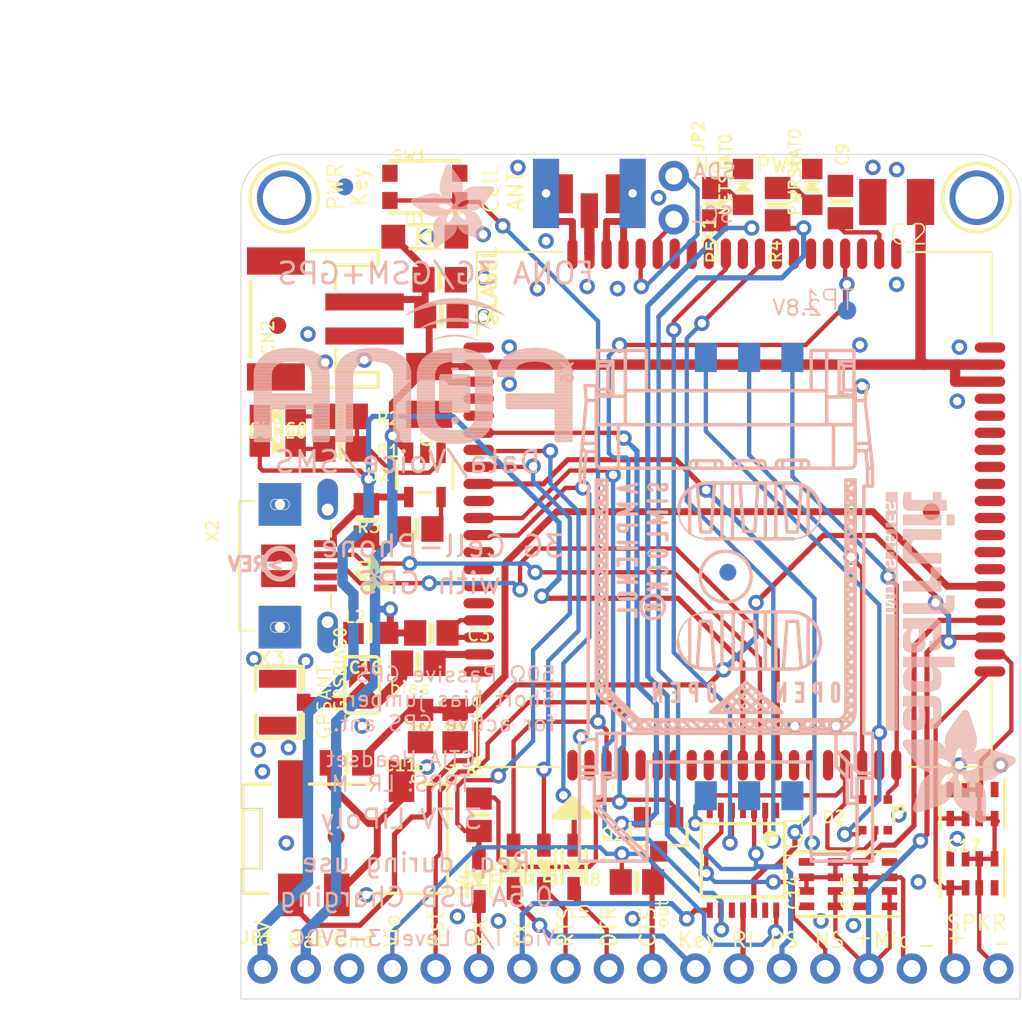
<source format=kicad_pcb>
(kicad_pcb (version 20211014) (generator pcbnew)
  (layers (0 "F.Cu" signal) (31 "B.Cu" signal) (34 "B.Paste" user) (35 "F.Paste" user) (36 "B.SilkS" user "B.Silkscreen") (37 "F.SilkS" user "F.Silkscreen") (38 "B.Mask" user) (39 "F.Mask" user) (44 "Edge.Cuts" user))
  (net 0 "")
  (net 1 "GND")
  (net 2 "N$1")
  (net 3 "N$2")
  (net 4 "N$5")
  (net 5 "N$6")
  (net 6 "PWRKEY")
  (net 7 "NETSTAT")
  (net 8 "PWRSTAT")
  (net 9 "SIMRST")
  (net 10 "SIMCLK")
  (net 11 "SIMDATA")
  (net 12 "2.8V")
  (net 13 "RI")
  (net 14 "UART_RXD")
  (net 15 "UART_TXD")
  (net 16 "VRTC")
  (net 17 "VCCIO")
  (net 18 "GSM_ANT")
  (net 19 "1.8V")
  (net 20 "NETSTAT_5V")
  (net 21 "N$4")
  (net 22 "PWRSTAT_5V")
  (net 23 "N$9")
  (net 24 "VBAT")
  (net 25 "+5V")
  (net 26 "RXD_5V")
  (net 27 "TXD_5V")
  (net 28 "RI_5V")
  (net 29 "PWRKEY_5V")
  (net 30 "RESET_5V")
  (net 31 "HP+")
  (net 32 "UART_RTS")
  (net 33 "N$3")
  (net 34 "UART_DTR")
  (net 35 "UART_CTS")
  (net 36 "DM")
  (net 37 "DP")
  (net 38 "SPEAKER+")
  (net 39 "SPEAKER-")
  (net 40 "EAR-")
  (net 41 "EAR+")
  (net 42 "MIC+")
  (net 43 "MIC-")
  (net 44 "CTS_5V")
  (net 45 "DTR_5V")
  (net 46 "RTS_5V")
  (net 47 "N$31")
  (net 48 "N$7")
  (net 49 "I2C_SDA")
  (net 50 "I2C_SCL")
  (footprint "boardEagle:SMA_EDGELAUNCH_UFL" (layer "F.Cu") (at 146.0881 80.4926 -90)
    (fp_text reference "X1")
    (fp_text value "uFL")
  )
  (footprint "boardEagle:4UCONN_20329" (layer "F.Cu") (at 129.8321 104.3686 -90)
    (fp_text reference "X2")
    (fp_text value "MicroB")
    (fp_line (start 3.9 1.6) (end 3.9 2.2) (layer "Edge.Cuts") (width 0.05))
    (fp_line (start -3.9 2.2) (end -3.9 1.6) (layer "Edge.Cuts") (width 0.05))
    (fp_line (start 3.3 2.2) (end 3.3 1.6) (layer "Edge.Cuts") (width 0.05))
    (fp_line (start -3.3 1.6) (end -3.3 2.2) (layer "Edge.Cuts") (width 0.05))
    (fp_arc (start 3.6 1.35) (mid 3.801777 1.412868) (end 3.9 1.6) (layer "Edge.Cuts") (width 0.05))
    (fp_arc (start -3.3 2.2) (mid -3.398223 2.387132) (end -3.6 2.45) (layer "Edge.Cuts") (width 0.05))
    (fp_arc (start -3.6 1.35) (mid -3.398223 1.412868) (end -3.3 1.6) (layer "Edge.Cuts") (width 0.05))
    (fp_arc (start -3.9 1.6) (mid -3.801777 1.412868) (end -3.6 1.35) (layer "Edge.Cuts") (width 0.05))
    (fp_arc (start -3.6 2.45) (mid -3.801777 2.387132) (end -3.9 2.2) (layer "Edge.Cuts") (width 0.05))
    (fp_arc (start 3.6 2.45) (mid 3.398223 2.387132) (end 3.3 2.2) (layer "Edge.Cuts") (width 0.05))
    (fp_arc (start 3.3 1.6) (mid 3.398223 1.412868) (end 3.6 1.35) (layer "Edge.Cuts") (width 0.05))
    (fp_arc (start 3.9 2.2) (mid 3.801777 2.387132) (end 3.6 2.45) (layer "Edge.Cuts") (width 0.05))
  )
  (footprint "boardEagle:0805-NO" (layer "F.Cu") (at 138.2141 113.7666 -90)
    (fp_text reference "C4")
    (fp_text value "33pF")
  )
  (footprint "boardEagle:CHIPLED_0805_NOOUTLINE" (layer "F.Cu") (at 155.1051 82.1436)
    (fp_text reference "NETSTAT0")
    (fp_text value "RED")
  )
  (footprint "boardEagle:TSSOP14" (layer "F.Cu") (at 155.1051 121.6406 180)
    (fp_text reference "IC1")
    (fp_text value "74VHCT125PW")
  )
  (footprint "boardEagle:SOD-323" (layer "F.Cu") (at 145.1991 122.0216 90)
    (fp_text reference "D6")
    (fp_text value "1N4148")
  )
  (footprint "boardEagle:ADAFRUIT_2.5MM" (layer "F.Cu") (at 134.6581 106.1466 90)
    (fp_text reference "U$21" hide)
    (fp_text value "" hide)
  )
  (footprint "boardEagle:4UCONN_18510" (layer "F.Cu") (at 125.7681 120.3706)
    (fp_text reference "X4")
    (fp_text value "4UCONN_18510")
  )
  (footprint "boardEagle:0805-NO" (layer "F.Cu") (at 136.8171 108.3056)
    (fp_text reference "C3")
    (fp_text value "33pF")
  )
  (footprint "boardEagle:SOD-123" (layer "F.Cu") (at 136.4361 85.0646)
    (fp_text reference "D1")
    (fp_text value "MMSZ5231BT1G")
  )
  (footprint "boardEagle:SOD-323" (layer "F.Cu") (at 143.4211 122.0216 90)
    (fp_text reference "D3")
    (fp_text value "1N4148")
  )
  (footprint "boardEagle:0805-NO" (layer "F.Cu") (at 136.0551 110.0836 180)
    (fp_text reference "C10")
    (fp_text value "33pF")
  )
  (footprint "boardEagle:JSTPH2" (layer "F.Cu") (at 129.1971 89.8906 90)
    (fp_text reference "CN2")
    (fp_text value "JSTPH")
  )
  (footprint "boardEagle:SOT23-WIDE" (layer "F.Cu") (at 150.1521 120.1166 180)
    (fp_text reference "Q2")
    (fp_text value "bss138")
  )
  (footprint "boardEagle:0805-NO" (layer "F.Cu") (at 148.8821 122.9106 180)
    (fp_text reference "R8")
    (fp_text value "10K")
  )
  (footprint "boardEagle:0805-NO" (layer "F.Cu") (at 137.3091 87.5896)
    (fp_text reference "C5")
    (fp_text value "10pF")
  )
  (footprint "boardEagle:U.FL" (layer "F.Cu") (at 127.8001 112.3696)
    (fp_text reference "X3")
    (fp_text value "uFL")
  )
  (footprint "boardEagle:CHIPLED_0805_NOOUTLINE" (layer "F.Cu") (at 127.8061 95.5246 90)
    (fp_text reference "DONE0")
    (fp_text value "GREEN")
  )
  (footprint "boardEagle:SIM5320" (layer "F.Cu") (at 154.5971 101.0666 90)
    (fp_text reference "U1" hide)
    (fp_text value "SIM5320" hide)
  )
  (footprint "boardEagle:1X18_ROUND70" (layer "F.Cu") (at 148.5011 127.9906)
    (fp_text reference "JP1")
    (fp_text value "")
  )
  (footprint "boardEagle:C1210" (layer "F.Cu") (at 164.1221 83.0326 180)
    (fp_text reference "C2")
    (fp_text value "100uF")
  )
  (footprint "boardEagle:0805-NO" (layer "F.Cu") (at 135.9281 102.2096 180)
    (fp_text reference "R3")
    (fp_text value "2K")
  )
  (footprint "boardEagle:0805-NO" (layer "F.Cu") (at 136.1821 113.7666 -90)
    (fp_text reference "C8")
    (fp_text value "10pF")
  )
  (footprint "boardEagle:SOD-323" (layer "F.Cu") (at 139.6111 122.7836 90)
    (fp_text reference "D4")
    (fp_text value "1N4148")
  )
  (footprint "boardEagle:BTN_KMR2_4.6X2.8" (layer "F.Cu") (at 136.4361 82.1436)
    (fp_text reference "SW1")
    (fp_text value "KMR2")
  )
  (footprint "boardEagle:0805-NO" (layer "F.Cu") (at 139.6111 118.9736 90)
    (fp_text reference "R6")
    (fp_text value "2K")
  )
  (footprint "boardEagle:_0805MP" (layer "F.Cu") (at 133.2611 108.3056)
    (fp_text reference "L2")
    (fp_text value "33nH")
  )
  (footprint "boardEagle:0805-NO" (layer "F.Cu") (at 131.8641 115.9256)
    (fp_text reference "C11")
    (fp_text value "10uF")
  )
  (footprint "boardEagle:0805-NO" (layer "F.Cu") (at 160.8201 83.0326 90)
    (fp_text reference "C9")
    (fp_text value "10uF")
  )
  (footprint "boardEagle:0805-NO" (layer "F.Cu") (at 133.0071 101.7016 -90)
    (fp_text reference "C1")
    (fp_text value "10µF")
  )
  (footprint "boardEagle:C1210" (layer "F.Cu") (at 136.6901 94.0816 -90)
    (fp_text reference "C7")
    (fp_text value "100uF")
  )
  (footprint "boardEagle:RESPACK_4X0603" (layer "F.Cu") (at 168.5671 118.3386)
    (fp_text reference "C16")
    (fp_text value "33pF")
  )
  (footprint "boardEagle:0805-NO" (layer "F.Cu") (at 137.4051 89.6846)
    (fp_text reference "C6")
    (fp_text value "33pF")
  )
  (footprint "boardEagle:MOUNTINGHOLE_2.5_PLATED" (layer "F.Cu") (at 168.8211 82.7786 90)
    (fp_text reference "U$33" hide)
    (fp_text value "MOUNTINGHOLE2.5" hide)
  )
  (footprint "boardEagle:CHIPLED_0805_NOOUTLINE" (layer "F.Cu") (at 159.1691 82.1436)
    (fp_text reference "PWRSTAT0")
    (fp_text value "GREEN")
  )
  (footprint "boardEagle:FIDUCIAL_1MM" (layer "F.Cu") (at 127.8001 90.2716)
    (fp_text reference "FID2" hide)
    (fp_text value "FIDUCIAL\"\"" hide)
  )
  (footprint "boardEagle:SOT23-5" (layer "F.Cu") (at 136.4361 99.0346 180)
    (fp_text reference "U2")
    (fp_text value "MCP73831T-2ACI/OT")
  )
  (footprint "boardEagle:1X02_ROUND" (layer "F.Cu") (at 151.0411 82.7786 -90)
    (fp_text reference "JP2")
    (fp_text value "")
  )
  (footprint "boardEagle:0805-NO" (layer "F.Cu") (at 131.4991 95.6056)
    (fp_text reference "R2")
    (fp_text value "1K")
  )
  (footprint "boardEagle:SOD-323" (layer "F.Cu") (at 141.6431 122.0216 90)
    (fp_text reference "D5")
    (fp_text value "1N4148")
  )
  (footprint "boardEagle:0805-NO" (layer "F.Cu") (at 153.4541 83.1596 -90)
    (fp_text reference "R5")
    (fp_text value "1K")
  )
  (footprint "boardEagle:SOT363" (layer "F.Cu") (at 162.8521 118.9736 180)
    (fp_text reference "D2")
    (fp_text value "SMF05C")
  )
  (footprint "boardEagle:0805-NO" (layer "F.Cu") (at 131.4831 97.5106)
    (fp_text reference "R1")
    (fp_text value "470")
  )
  (footprint "boardEagle:FIDUCIAL_1MM" (layer "F.Cu") (at 131.2291 120.2436)
    (fp_text reference "FID3" hide)
    (fp_text value "FIDUCIAL\"\"" hide)
  )
  (footprint "boardEagle:FIDUCIAL_1MM" (layer "F.Cu") (at 166.1541 101.1936)
    (fp_text reference "FID1" hide)
    (fp_text value "FIDUCIAL\"\"" hide)
  )
  (footprint "boardEagle:SOLDERJUMPER_ARROW_NOPASTE" (layer "F.Cu") (at 132.7531 111.3536 90)
    (fp_text reference "GPSBIAS0")
    (fp_text value "")
  )
  (footprint "boardEagle:RESPACK_4X0603" (layer "F.Cu") (at 162.8521 123.0376 90)
    (fp_text reference "C15")
    (fp_text value "10pF")
  )
  (footprint "boardEagle:MOUNTINGHOLE_2.5_PLATED" (layer "F.Cu") (at 128.1811 82.7786 90)
    (fp_text reference "U$34" hide)
    (fp_text value "MOUNTINGHOLE2.5" hide)
  )
  (footprint "boardEagle:0805-NO" (layer "F.Cu") (at 157.1371 83.1596 -90)
    (fp_text reference "R4")
    (fp_text value "1K")
  )
  (footprint "boardEagle:RESPACK_4X0603" (layer "F.Cu") (at 168.5671 122.4026)
    (fp_text reference "C17")
    (fp_text value "10pF")
  )
  (footprint "boardEagle:CHIPLED_0805_NOOUTLINE" (layer "F.Cu") (at 127.8011 97.3726 -90)
    (fp_text reference "CHRG0")
    (fp_text value "ORANGE")
  )
  (footprint "boardEagle:RESPACK_4X0603" (layer "F.Cu") (at 159.6771 123.0376 90)
    (fp_text reference "C14")
    (fp_text value "33pF")
  )
  (footprint "boardEagle:FIDUCIAL_1MM" (layer "B.Cu") (at 154.2161 104.7496 180)
    (fp_text reference "FID5" hide)
    (fp_text value "FIDUCIAL\"\"" hide)
  )
  (footprint "boardEagle:PCBFEAT-REV-040" (layer "B.Cu") (at 127.9271 104.2416 180)
    (fp_text reference "U$25" hide)
    (fp_text value "" hide)
  )
  (footprint "boardEagle:FONA_LOGO" (layer "B.Cu") (at 145.5801 97.3836 180)
    (fp_text reference "U$26" hide)
    (fp_text value "" hide)
  )
  (footprint "boardEagle:C707_10M006_512_2" (layer "B.Cu") (at 154.0891 105.0036 -90)
    (fp_text reference "X6")
    (fp_text value "SIM_LOCKAMPHENOL")
  )
  (footprint "boardEagle:ADAFRUIT_5MM" (layer "B.Cu") (at 140.5001 85.6996 180)
    (fp_text reference "U$36" hide)
    (fp_text value "" hide)
  )
  (footprint "boardEagle:TP11R" (layer "B.Cu") (at 161.2011 89.3826 180)
    (fp_text reference "TP1")
    (fp_text value "TPTP11R")
  )
  (footprint "boardEagle:ADAFRUIT_TEXT_20MM" (layer "B.Cu") (at 163.4871 119.6086 90)
    (fp_text reference "U$42" hide)
    (fp_text value "" hide)
  )
  (footprint "boardEagle:FIDUCIAL_1MM" (layer "B.Cu") (at 131.7371 82.1436 180)
    (fp_text reference "FID4" hide)
    (fp_text value "FIDUCIAL\"\"" hide)
  )
  (gr_line (start 126.9111 118.5926) (end 126.9111 122.1486) (layer "Edge.Cuts") (width 0.05))
  (gr_arc (start 168.8211 80.2386) (mid 170.617151 80.982549) (end 171.3611 82.7786) (layer "Edge.Cuts") (width 0.05))
  (gr_line (start 168.8211 80.2386) (end 128.1811 80.2386) (layer "Edge.Cuts") (width 0.05))
  (gr_line (start 125.6411 122.1486) (end 125.6411 129.7686) (layer "Edge.Cuts") (width 0.05))
  (gr_line (start 125.6411 118.5926) (end 126.9111 118.5926) (layer "Edge.Cuts") (width 0.05))
  (gr_line (start 125.6411 129.7686) (end 171.3611 129.7686) (layer "Edge.Cuts") (width 0.05))
  (gr_line (start 126.9111 122.1486) (end 125.6411 122.1486) (layer "Edge.Cuts") (width 0.05))
  (gr_line (start 125.6411 82.7786) (end 125.6411 118.5926) (layer "Edge.Cuts") (width 0.05))
  (gr_line (start 171.3611 129.7686) (end 171.3611 82.7786) (layer "Edge.Cuts") (width 0.05))
  (gr_arc (start 125.6411 82.7786) (mid 126.385049 80.982549) (end 128.1811 80.2386) (layer "Edge.Cuts") (width 0.05))
  (gr_text "3G Cell-Phone" (at 137.4521 103.2256) (layer "B.SilkS") (effects (font (size 1.251712 1.251712) (thickness 0.170688)) (justify mirror)))
  (gr_text "2.8V" (at 159.8041 89.7636) (layer "B.SilkS") (effects (font (size 0.89408 0.89408) (thickness 0.12192)) (justify left bottom mirror)))
  (gr_text "with GPS" (at 136.6901 105.3846) (layer "B.SilkS") (effects (font (size 1.251712 1.251712) (thickness 0.170688)) (justify mirror)))
  (gr_text "3.7V LiPoly" (at 135.0391 119.2276) (layer "B.SilkS") (effects (font (size 1.1176 1.1176) (thickness 0.1524)) (justify mirror)))
  (gr_text "FONA 3G/GSM+GPS" (at 137.0711 87.2236) (layer "B.SilkS") (effects (font (size 1.251712 1.251712) (thickness 0.170688)) (justify mirror)))
  (gr_text "Vio: I/O Level 3-5VDC" (at 136.3091 126.2126) (layer "B.SilkS") (effects (font (size 0.89408 0.89408) (thickness 0.12192)) (justify mirror)))
  (gr_text "SDA" (at 153.4541 81.7626) (layer "B.SilkS") (effects (font (size 0.89408 0.89408) (thickness 0.12192)) (justify bottom mirror)))
  (gr_text "Data/Voice/SMS" (at 135.4201 98.2726) (layer "B.SilkS") (effects (font (size 1.251712 1.251712) (thickness 0.170688)) (justify mirror)))
  (gr_text "CTIA Headset\nTRRS: LR-M" (at 135.0391 116.4336) (layer "B.SilkS") (effects (font (size 0.89408 0.89408) (thickness 0.12192)) (justify mirror)))
  (gr_text "Req. during use" (at 135.9281 121.7676) (layer "B.SilkS") (effects (font (size 1.1176 1.1176) (thickness 0.1524)) (justify mirror)))
  (gr_text "0.5A USB Charging" (at 135.9281 123.7996) (layer "B.SilkS") (effects (font (size 1.1176 1.1176) (thickness 0.1524)) (justify mirror)))
  (gr_text "SCL" (at 153.3271 84.3026) (layer "B.SilkS") (effects (font (size 0.89408 0.89408) (thickness 0.12192)) (justify bottom mirror)))
  (gr_text "50Ω Passive GPS\nShort bias jumper\nfor active GPS ant." (at 144.1831 114.1476) (layer "B.SilkS") (effects (font (size 0.89408 0.89408) (thickness 0.12192)) (justify left bottom mirror)))
  (gr_text "out" (at 150.7871 125.7046 90) (layer "F.SilkS") (effects (font (size 0.715264 0.715264) (thickness 0.097536)) (justify left bottom)))
  (gr_text "Cell\nANT" (at 142.2781 82.3976 90) (layer "F.SilkS") (effects (font (size 0.89408 0.89408) (thickness 0.12192)) (justify bottom)))
  (gr_text "Net" (at 153.3271 81.3816) (layer "F.SilkS") (effects (font (size 0.89408 0.89408) (thickness 0.12192)) (justify bottom)))
  (gr_text "NS" (at 160.1851 126.8476) (layer "F.SilkS") (effects (font (size 0.89408 0.89408) (thickness 0.12192)) (justify bottom)))
  (gr_text "Gnd" (at 132.2451 126.8476) (layer "F.SilkS") (effects (font (size 0.89408 0.89408) (thickness 0.12192)) (justify bottom)))
  (gr_text "-" (at 169.7101 126.4666) (layer "F.SilkS") (effects (font (size 0.89408 0.89408) (thickness 0.12192)) (justify left)))
  (gr_text "RTS" (at 144.6911 126.8476 90) (layer "F.SilkS") (effects (font (size 0.89408 0.89408) (thickness 0.12192)) (justify left)))
  (gr_text "+" (at 167.5511 126.8476 90) (layer "F.SilkS") (effects (font (size 0.89408 0.89408) (thickness 0.12192)) (justify left)))
  (gr_text "-" (at 165.2651 126.5936) (layer "F.SilkS") (effects (font (size 0.89408 0.89408) (thickness 0.12192)) (justify left)))
  (gr_text "Mic" (at 163.8681 126.8476) (layer "F.SilkS") (effects (font (size 0.89408 0.89408) (thickness 0.12192)) (justify bottom)))
  (gr_text "RX" (at 139.6111 126.8476 90) (layer "F.SilkS") (effects (font (size 0.89408 0.89408) (thickness 0.12192)) (justify left)))
  (gr_text "PWR" (at 157.2641 81.3816) (layer "F.SilkS") (effects (font (size 0.89408 0.89408) (thickness 0.12192)) (justify bottom)))
  (gr_text "CTS" (at 149.5171 126.8476 90) (layer "F.SilkS") (effects (font (size 0.89408 0.89408) (thickness 0.12192)) (justify left)))
  (gr_text "Rst" (at 137.0711 126.8476 90) (layer "F.SilkS") (effects (font (size 0.89408 0.89408) (thickness 0.12192)) (justify left)))
  (gr_text "bias" (at 135.5471 111.9886) (layer "F.SilkS") (effects (font (size 0.78232 0.78232) (thickness 0.10668)) (justify bottom)))
  (gr_text "PWR\nKey" (at 133.1341 82.1436 90) (layer "F.SilkS") (effects (font (size 0.89408 0.89408) (thickness 0.12192)) (justify bottom)))
  (gr_text "RI" (at 155.1051 126.8476) (layer "F.SilkS") (effects (font (size 0.89408 0.89408) (thickness 0.12192)) (justify bottom)))
  (gr_text "Vio" (at 134.5311 126.8476 90) (layer "F.SilkS") (effects (font (size 0.89408 0.89408) (thickness 0.12192)) (justify left)))
  (gr_text "in" (at 146.0881 125.1966 90) (layer "F.SilkS") (effects (font (size 0.715264 0.715264) (thickness 0.097536)) (justify left bottom)))
  (gr_text "Bat" (at 129.4511 126.8476) (layer "F.SilkS") (effects (font (size 0.89408 0.89408) (thickness 0.12192)) (justify bottom)))
  (gr_text "DTR" (at 147.2311 126.8476 90) (layer "F.SilkS") (effects (font (size 0.89408 0.89408) (thickness 0.12192)) (justify left)))
  (gr_text "+" (at 162.0901 126.8476 90) (layer "F.SilkS") (effects (font (size 0.89408 0.89408) (thickness 0.12192)) (justify left)))
  (gr_text "Key" (at 152.4381 126.8476) (layer "F.SilkS") (effects (font (size 0.89408 0.89408) (thickness 0.12192)) (justify bottom)))
  (gr_text "TX" (at 142.1511 126.8476 90) (layer "F.SilkS") (effects (font (size 0.89408 0.89408) (thickness 0.12192)) (justify left)))
  (gr_text "GPSANT" (at 130.0861 112.3696 90) (layer "F.SilkS") (effects (font (size 0.78232 0.78232) (thickness 0.10668)) (justify top)))
  (gr_text "PS" (at 157.5181 126.8476) (layer "F.SilkS") (effects (font (size 0.89408 0.89408) (thickness 0.12192)) (justify bottom)))
  (gr_text "5V" (at 126.9111 126.8476 90) (layer "F.SilkS") (effects (font (size 0.89408 0.89408) (thickness 0.12192)) (justify left)))
  (gr_text "SPKR" (at 168.8211 125.8316) (layer "F.SilkS") (effects (font (size 0.89408 0.89408) (thickness 0.12192)) (justify bottom)))
  (segment (start 147.0971 86.0666) (end 147.0971 84.1756) (width 0.4064) (layer "F.Cu") (net 1))
  (segment (start 148.0971 86.0666) (end 148.0971 82.6516) (width 0.4064) (layer "F.Cu") (net 1))
  (segment (start 139.5971 107.5666) (end 138.5061 107.5666) (width 0.254) (layer "F.Cu") (net 1))
  (segment (start 145.0971 84.1756) (end 143.9291 84.1756) (width 0.4064) (layer "F.Cu") (net 1))
  (segment (start 139.5971 108.5666) (end 137.7671 108.5666) (width 0.3048) (layer "F.Cu") (net 1))
  (segment (start 134.0231 103.6676) (end 134.0231 103.6066) (width 0.4064) (layer "F.Cu") (net 1))
  (segment (start 148.3741 84.1756) (end 148.3741 82.5246) (width 0.4064) (layer "F.Cu") (net 1))
  (segment (start 148.3741 82.5246) (end 148.6281 82.5246) (width 0.4064) (layer "F.Cu") (net 1))
  (segment (start 145.0971 86.0666) (end 145.0971 84.1756) (width 0.4064) (layer "F.Cu") (net 1))
  (segment (start 148.0971 82.6516) (end 148.6281 82.6516) (width 0.4064) (layer "F.Cu") (net 1))
  (segment (start 133.0071 102.6516) (end 134.0231 103.6676) (width 0.4064) (layer "F.Cu") (net 1))
  (segment (start 137.7671 108.5666) (end 137.7671 108.3056) (width 0.3048) (layer "F.Cu") (net 1))
  (segment (start 147.0971 84.1756) (end 148.3741 84.1756) (width 0.4064) (layer "F.Cu") (net 1))
  (segment (start 138.5061 107.5666) (end 137.7671 108.3056) (width 0.254) (layer "F.Cu") (net 1))
  (via (at 129.4511 109.9566) (size 0.9064) (drill 0.5) (layers "F.Cu" "B.Cu") (net 1))
  (via (at 165.3921 122.9106) (size 0.9064) (drill 0.5) (layers "F.Cu" "B.Cu") (net 1))
  (via (at 129.5781 90.7796) (size 0.9064) (drill 0.5) (layers "F.Cu" "B.Cu") (net 1))
  (via (at 162.7251 81.0006) (size 0.9064) (drill 0.5) (layers "F.Cu" "B.Cu") (net 1))
  (via (at 139.8651 84.9376) (size 0.9064) (drill 0.5) (layers "F.Cu" "B.Cu") (net 1))
  (via (at 145.9611 87.9856) (size 0.9064) (drill 0.5) (layers "F.Cu" "B.Cu") (net 1))
  (via (at 139.8651 89.7636) (size 0.9064) (drill 0.5) (layers "F.Cu" "B.Cu") (net 1))
  (via (at 132.8801 92.3036) (size 0.9064) (drill 0.5) (layers "F.Cu" "B.Cu") (net 1))
  (via (at 141.3891 93.7006) (size 0.9064) (drill 0.5) (layers "F.Cu" "B.Cu") (net 1))
  (via (at 141.3891 91.5416) (size 0.9064) (drill 0.5) (layers "F.Cu" "B.Cu") (net 1))
  (via (at 147.7391 88.1126) (size 0.9064) (drill 0.5) (layers "F.Cu" "B.Cu") (net 1))
  (via (at 136.5631 85.0646) (size 0.9064) (drill 0.5) (layers "F.Cu" "B.Cu") (net 1))
  (via (at 148.6281 82.5246) (size 0.9064) (drill 0.5) (layers "F.Cu" "B.Cu") (net 1))
  (via (at 167.8051 91.5416) (size 0.9064) (drill 0.5) (layers "F.Cu" "B.Cu") (net 1))
  (via (at 143.5481 85.3186) (size 0.9064) (drill 0.5) (layers "F.Cu" "B.Cu") (net 1))
  (via (at 167.6781 94.7166) (size 0.9064) (drill 0.5) (layers "F.Cu" "B.Cu") (net 1))
  (via (at 161.5821 125.4506) (size 0.9064) (drill 0.5) (layers "F.Cu" "B.Cu") (net 1))
  (via (at 143.0401 88.1126) (size 0.9064) (drill 0.5) (layers "F.Cu" "B.Cu") (net 1))
  (via (at 167.6781 120.3706) (size 0.9064) (drill 0.5) (layers "F.Cu" "B.Cu") (net 1))
  (via (at 128.3081 120.6246) (size 0.9064) (drill 0.5) (layers "F.Cu" "B.Cu") (net 1))
  (via (at 170.2181 116.0526) (size 0.9064) (drill 0.5) (layers "F.Cu" "B.Cu") (net 1))
  (via (at 140.7541 125.1966) (size 0.9064) (drill 0.5) (layers "F.Cu" "B.Cu") (net 1))
  (via (at 138.3411 124.9426) (size 0.9064) (drill 0.5) (layers "F.Cu" "B.Cu") (net 1))
  (via (at 130.5941 92.4306) (size 0.9064) (drill 0.5) (layers "F.Cu" "B.Cu") (net 1))
  (via (at 148.6281 125.0696) (size 0.9064) (drill 0.5) (layers "F.Cu" "B.Cu") (net 1))
  (via (at 126.9111 116.4336) (size 0.9064) (drill 0.5) (layers "F.Cu" "B.Cu") (net 1))
  (via (at 126.4031 109.8296) (size 0.9064) (drill 0.5) (layers "F.Cu" "B.Cu") (net 1))
  (via (at 159.1691 120.6246) (size 0.9064) (drill 0.5) (layers "F.Cu" "B.Cu") (net 1))
  (via (at 160.5661 113.7666) (size 0.9064) (drill 0.5) (layers "F.Cu" "B.Cu") (net 1))
  (via (at 143.5481 82.5246) (size 0.9064) (drill 0.5) (layers "F.Cu" "B.Cu") (net 1))
  (via (at 158.1531 113.7666) (size 0.9064) (drill 0.5) (layers "F.Cu" "B.Cu") (net 1))
  (via (at 136.5631 116.1796) (size 0.9064) (drill 0.5) (layers "F.Cu" "B.Cu") (net 1))
  (via (at 164.2491 118.9736) (size 0.9064) (drill 0.5) (layers "F.Cu" "B.Cu") (net 1))
  (via (at 159.6771 125.1966) (size 0.9064) (drill 0.5) (layers "F.Cu" "B.Cu") (net 1))
  (via (at 150.1521 82.7786) (size 0.9064) (drill 0.5) (layers "F.Cu" "B.Cu") (net 1))
  (via (at 161.9631 91.4146) (size 0.9064) (drill 0.5) (layers "F.Cu" "B.Cu") (net 1))
  (via (at 167.8051 116.0526) (size 0.9064) (drill 0.5) (layers "F.Cu" "B.Cu") (net 1))
  (via (at 128.4351 115.0366) (size 0.9064) (drill 0.5) (layers "F.Cu" "B.Cu") (net 1))
  (via (at 162.0901 93.8276) (size 0.9064) (drill 0.5) (layers "F.Cu" "B.Cu") (net 1))
  (via (at 133.0071 123.6726) (size 0.9064) (drill 0.5) (layers "F.Cu" "B.Cu") (net 1))
  (via (at 126.6571 115.1636) (size 0.9064) (drill 0.5) (layers "F.Cu" "B.Cu") (net 1))
  (via (at 164.1221 81.1276) (size 0.9064) (drill 0.5) (layers "F.Cu" "B.Cu") (net 1))
  (via (at 139.8651 87.4776) (size 0.9064) (drill 0.5) (layers "F.Cu" "B.Cu") (net 1))
  (via (at 145.5801 114.4016) (size 0.9064) (drill 0.5) (layers "F.Cu" "B.Cu") (net 1))
  (via (at 164.1221 87.8586) (size 0.9064) (drill 0.5) (layers "F.Cu" "B.Cu") (net 1))
  (via (at 141.8971 81.0006) (size 0.9064) (drill 0.5) (layers "F.Cu" "B.Cu") (net 1))
  (via (at 132.7531 113.7666) (size 0.9064) (drill 0.5) (layers "F.Cu" "B.Cu") (net 1))
  (segment (start 128.8511 97.3726) (end 128.7131 97.5106) (width 0.254) (layer "F.Cu") (net 2))
  (segment (start 128.7131 97.5106) (end 130.5331 97.5106) (width 0.254) (layer "F.Cu") (net 2))
  (segment (start 133.1341 97.5106) (end 132.4331 97.5106) (width 0.254) (layer "F.Cu") (net 3))
  (segment (start 136.6901 98.9076) (end 134.5311 98.9076) (width 0.254) (layer "F.Cu") (net 3))
  (segment (start 134.5311 98.9076) (end 133.1341 97.5106) (width 0.254) (layer "F.Cu") (net 3))
  (segment (start 137.3861 97.7345) (end 137.3861 98.2116) (width 0.254) (layer "F.Cu") (net 3))
  (segment (start 132.4491 97.4946) (end 132.4491 95.6056) (width 0.254) (layer "F.Cu") (net 3))
  (segment (start 132.4331 97.5106) (end 132.4491 97.4946) (width 0.254) (layer "F.Cu") (net 3))
  (segment (start 137.3861 98.2116) (end 136.6901 98.9076) (width 0.254) (layer "F.Cu") (net 3))
  (segment (start 137.3861 100.3347) (end 137.3861 101.7016) (width 0.254) (layer "F.Cu") (net 4))
  (segment (start 137.3861 101.7016) (end 136.8781 102.2096) (width 0.254) (layer "F.Cu") (net 4))
  (segment (start 128.8561 95.5246) (end 128.9371 95.6056) (width 0.254) (layer "F.Cu") (net 5))
  (segment (start 128.9371 95.6056) (end 130.5491 95.6056) (width 0.254) (layer "F.Cu") (net 5))
  (segment (start 139.6111 83.0326) (end 141.0081 84.4296) (width 0.254) (layer "F.Cu") (net 6))
  (segment (start 141.6431 114.6556) (end 142.7861 113.5126) (width 0.254) (layer "F.Cu") (net 6))
  (segment (start 146.5961 113.5126) (end 147.0971 114.0136) (width 0.254) (layer "F.Cu") (net 6))
  (segment (start 138.4861 82.9436) (end 138.5751 83.0326) (width 0.254) (layer "F.Cu") (net 6))
  (segment (start 138.5751 83.0326) (end 139.6111 83.0326) (width 0.254) (layer "F.Cu") (net 6))
  (segment (start 142.7861 113.5126) (end 146.5961 113.5126) (width 0.254) (layer "F.Cu") (net 6))
  (segment (start 141.6431 120.7516) (end 141.6431 114.6556) (width 0.254) (layer "F.Cu") (net 6))
  (segment (start 134.3861 82.9436) (end 138.4861 82.9436) (width 0.254) (layer "F.Cu") (net 6))
  (segment (start 147.0971 114.0136) (end 147.0971 116.0666) (width 0.254) (layer "F.Cu") (net 6))
  (via (at 146.5961 113.5126) (size 0.9064) (drill 0.5) (layers "F.Cu" "B.Cu") (net 6))
  (via (at 141.0081 84.4296) (size 0.9064) (drill 0.5) (layers "F.Cu" "B.Cu") (net 6))
  (segment (start 146.5961 90.0176) (end 141.0081 84.4296) (width 0.254) (layer "B.Cu") (net 6))
  (segment (start 146.5961 90.0176) (end 146.5961 113.5126) (width 0.254) (layer "B.Cu") (net 6))
  (segment (start 154.0971 86.9616) (end 151.0411 90.0176) (width 0.254) (layer "F.Cu") (net 7))
  (segment (start 154.0971 86.0666) (end 154.0971 86.9616) (width 0.254) (layer "F.Cu") (net 7))
  (segment (start 151.0411 90.0176) (end 151.0411 90.5256) (width 0.254) (layer "F.Cu") (net 7))
  (segment (start 154.3431 120.6246) (end 154.4551 120.5126) (width 0.254) (layer "F.Cu") (net 7))
  (segment (start 154.4551 120.5126) (end 154.4551 118.7156) (width 0.254) (layer "F.Cu") (net 7))
  (via (at 151.0411 90.5256) (size 0.9064) (drill 0.5) (layers "F.Cu" "B.Cu") (net 7))
  (via (at 154.3431 120.6246) (size 0.9064) (drill 0.5) (layers "F.Cu" "B.Cu") (net 7))
  (segment (start 154.3431 112.7506) (end 154.3431 120.6246) (width 0.254) (layer "B.Cu") (net 7))
  (segment (start 151.0411 90.5256) (end 151.0411 109.4486) (width 0.254) (layer "B.Cu") (net 7))
  (segment (start 151.0411 109.4486) (end 154.3431 112.7506) (width 0.254) (layer "B.Cu") (net 7))
  (segment (start 156.4051 120.0196) (end 156.4051 118.7156) (width 0.254) (layer "F.Cu") (net 8))
  (segment (start 156.0971 86.0666) (end 156.0971 86.7396) (width 0.254) (layer "F.Cu") (net 8))
  (segment (start 156.8831 120.4976) (end 156.4051 120.0196) (width 0.254) (layer "F.Cu") (net 8))
  (segment (start 156.0971 86.7396) (end 152.6921 90.1446) (width 0.254) (layer "F.Cu") (net 8))
  (via (at 152.6921 90.1446) (size 0.9064) (drill 0.5) (layers "F.Cu" "B.Cu") (net 8))
  (via (at 156.8831 120.4976) (size 0.9064) (drill 0.5) (layers "F.Cu" "B.Cu") (net 8))
  (segment (start 156.8831 105.6386) (end 156.8831 120.4976) (width 0.254) (layer "B.Cu") (net 8))
  (segment (start 151.8031 91.0336) (end 151.8031 100.5586) (width 0.254) (layer "B.Cu") (net 8))
  (segment (start 152.6921 90.1446) (end 151.8031 91.0336) (width 0.254) (layer "B.Cu") (net 8))
  (segment (start 151.8031 100.5586) (end 156.8831 105.6386) (width 0.254) (layer "B.Cu") (net 8))
  (segment (start 161.4551 103.8606) (end 162.0971 104.5026) (width 0.254) (layer "F.Cu") (net 9))
  (segment (start 162.1021 116.0666) (end 162.1021 118.0736) (width 0.254) (layer "F.Cu") (net 9))
  (segment (start 162.0971 104.5026) (end 162.0971 116.0666) (width 0.254) (layer "F.Cu") (net 9))
  (segment (start 162.0971 116.0666) (end 162.1021 116.0666) (width 0.254) (layer "F.Cu") (net 9))
  (via (at 161.4551 103.8606) (size 0.9064) (drill 0.5) (layers "F.Cu" "B.Cu") (net 9))
  (segment (start 155.4641 97.8696) (end 161.4551 103.8606) (width 0.254) (layer "B.Cu") (net 9))
  (segment (start 155.4641 92.1536) (end 155.4641 97.8696) (width 0.254) (layer "B.Cu") (net 9))
  (segment (start 163.0971 116.0666) (end 163.1061 116.0666) (width 0.254) (layer "F.Cu") (net 10))
  (segment (start 163.1061 116.0666) (end 163.1061 114.1476) (width 0.254) (layer "F.Cu") (net 10))
  (segment (start 161.0741 120.1166) (end 161.8591 120.1166) (width 0.254) (layer "F.Cu") (net 10))
  (segment (start 161.8591 120.1166) (end 162.1021 119.8736) (width 0.254) (layer "F.Cu") (net 10))
  (via (at 163.1061 114.1476) (size 0.9064) (drill 0.5) (layers "F.Cu" "B.Cu") (net 10))
  (via (at 161.0741 120.1166) (size 0.9064) (drill 0.5) (layers "F.Cu" "B.Cu") (net 10))
  (segment (start 163.1061 118.0846) (end 161.0741 120.1166) (width 0.254) (layer "B.Cu") (net 10))
  (segment (start 152.9241 96.4726) (end 163.1061 106.6546) (width 0.254) (layer "B.Cu") (net 10))
  (segment (start 152.9241 92.1536) (end 152.9241 96.4726) (width 0.254) (layer "B.Cu") (net 10))
  (segment (start 163.1061 114.1476) (end 163.1061 118.0846) (width 0.254) (layer "B.Cu") (net 10))
  (segment (start 163.1061 106.6546) (end 163.1061 114.1476) (width 0.254) (layer "B.Cu") (net 10))
  (segment (start 160.0581 119.3546) (end 161.0971 118.3156) (width 0.254) (layer "F.Cu") (net 11))
  (segment (start 152.9461 117.8306) (end 152.3111 118.4656) (width 0.254) (layer "F.Cu") (net 11))
  (segment (start 162.8521 119.8736) (end 162.8521 120.3706) (width 0.254) (layer "F.Cu") (net 11))
  (segment (start 160.0581 120.8786) (end 160.0581 119.3546) (width 0.254) (layer "F.Cu") (net 11))
  (segment (start 161.0971 117.29391) (end 160.560409 117.8306) (width 0.254) (layer "F.Cu") (net 11))
  (segment (start 162.2171 121.0056) (end 160.1851 121.0056) (width 0.254) (layer "F.Cu") (net 11))
  (segment (start 160.1851 121.0056) (end 160.0581 120.8786) (width 0.254) (layer "F.Cu") (net 11))
  (segment (start 160.560409 117.8306) (end 152.9461 117.8306) (width 0.254) (layer "F.Cu") (net 11))
  (segment (start 152.3111 118.4656) (end 152.3111 119.4816) (width 0.254) (layer "F.Cu") (net 11))
  (segment (start 162.8521 120.3706) (end 162.2171 121.0056) (width 0.254) (layer "F.Cu") (net 11))
  (segment (start 161.0971 118.3156) (end 161.0971 117.29391) (width 0.254) (layer "F.Cu") (net 11))
  (segment (start 161.0971 117.29391) (end 161.0971 116.0666) (width 0.254) (layer "F.Cu") (net 11))
  (via (at 152.3111 119.4816) (size 0.9064) (drill 0.5) (layers "F.Cu" "B.Cu") (net 11))
  (segment (start 152.3111 119.4816) (end 152.3111 118.4666) (width 0.254) (layer "B.Cu") (net 11))
  (segment (start 152.3111 118.4666) (end 152.9241 117.8536) (width 0.254) (layer "B.Cu") (net 11))
  (segment (start 139.6771 117.9576) (end 139.6111 118.0236) (width 0.254) (layer "F.Cu") (net 12))
  (segment (start 147.8661 91.4146) (end 158.7881 91.4146) (width 0.254) (layer "F.Cu") (net 12))
  (segment (start 161.0971 86.0666) (end 161.0971 87.7546) (width 0.254) (layer "F.Cu") (net 12))
  (segment (start 140.7541 118.2116) (end 140.5001 117.9576) (width 0.254) (layer "F.Cu") (net 12))
  (segment (start 147.8661 118.0846) (end 147.8661 118.2116) (width 0.254) (layer "F.Cu") (net 12))
  (segment (start 141.1351 122.0216) (end 140.7541 121.6406) (width 0.254) (layer "F.Cu") (net 12))
  (segment (start 147.8661 118.0846) (end 150.6601 118.0846) (width 0.254) (layer "F.Cu") (net 12))
  (segment (start 161.0971 89.1056) (end 161.0971 86.0666) (width 0.254) (layer "F.Cu") (net 12))
  (segment (start 158.7881 91.4146) (end 161.0971 89.1056) (width 0.254) (layer "F.Cu") (net 12))
  (segment (start 140.5001 117.9576) (end 139.6771 117.9576) (width 0.254) (layer "F.Cu") (net 12))
  (segment (start 146.4691 118.3386) (end 146.7231 118.0846) (width 0.254) (layer "F.Cu") (net 12))
  (segment (start 151.1021 118.5266) (end 151.1021 119.1166) (width 0.254) (layer "F.Cu") (net 12))
  (segment (start 161.0971 87.7546) (end 161.2011 87.8586) (width 0.254) (layer "F.Cu") (net 12))
  (segment (start 140.7541 121.6406) (end 140.7541 118.2116) (width 0.254) (layer "F.Cu") (net 12))
  (segment (start 146.0881 122.0216) (end 141.1351 122.0216) (width 0.254) (layer "F.Cu") (net 12))
  (segment (start 150.6601 118.0846) (end 151.1021 118.5266) (width 0.254) (layer "F.Cu") (net 12))
  (segment (start 146.4691 121.6406) (end 146.0881 122.0216) (width 0.254) (layer "F.Cu") (net 12))
  (segment (start 146.4691 118.3386) (end 146.4691 121.6406) (width 0.254) (layer "F.Cu") (net 12))
  (segment (start 146.7231 118.0846) (end 147.8661 118.0846) (width 0.254) (layer "F.Cu") (net 12))
  (via (at 147.8661 118.2116) (size 0.9064) (drill 0.5) (layers "F.Cu" "B.Cu") (net 12))
  (via (at 147.8661 91.4146) (size 0.9064) (drill 0.5) (layers "F.Cu" "B.Cu") (net 12))
  (via (at 161.2011 87.8586) (size 0.9064) (drill 0.5) (layers "F.Cu" "B.Cu") (net 12))
  (segment (start 161.2011 87.8586) (end 161.2011 89.3826) (width 0.254) (layer "B.Cu") (net 12))
  (segment (start 148.3741 98.1456) (end 148.2471 98.0186) (width 0.254) (layer "B.Cu") (net 12))
  (segment (start 147.8661 115.1636) (end 148.1201 114.9096) (width 0.254) (layer "B.Cu") (net 12))
  (segment (start 147.4851 98.0186) (end 147.2311 97.7646) (width 0.254) (layer "B.Cu") (net 12))
  (segment (start 148.2471 98.0186) (end 147.4851 98.0186) (width 0.254) (layer "B.Cu") (net 12))
  (segment (start 148.3741 113.0046) (end 148.3741 98.1456) (width 0.254) (layer "B.Cu") (net 12))
  (segment (start 147.2311 97.7646) (end 147.2311 92.0496) (width 0.254) (layer "B.Cu") (net 12))
  (segment (start 148.1201 113.2586) (end 148.3741 113.0046) (width 0.254) (layer "B.Cu") (net 12))
  (segment (start 148.1201 114.9096) (end 148.1201 113.2586) (width 0.254) (layer "B.Cu") (net 12))
  (segment (start 147.8661 118.2116) (end 147.8661 115.1636) (width 0.254) (layer "B.Cu") (net 12))
  (segment (start 147.2311 92.0496) (end 147.8661 91.4146) (width 0.254) (layer "B.Cu") (net 12))
  (segment (start 155.7401 124.5506) (end 155.7551 124.5656) (width 0.3048) (layer "F.Cu") (net 13))
  (segment (start 155.7401 122.7836) (end 155.7401 124.5506) (width 0.3048) (layer "F.Cu") (net 13))
  (segment (start 143.3971 99.5666) (end 144.8181 98.1456) (width 0.3048) (layer "F.Cu") (net 13))
  (segment (start 158.1531 120.8786) (end 157.0101 122.0216) (width 0.3048) (layer "F.Cu") (net 13))
  (segment (start 156.5021 122.0216) (end 155.7401 122.7836) (width 0.3048) (layer "F.Cu") (net 13))
  (segment (start 158.1531 119.9896) (end 158.1531 120.8786) (width 0.3048) (layer "F.Cu") (net 13))
  (segment (start 157.0101 122.0216) (end 156.5021 122.0216) (width 0.3048) (layer "F.Cu") (net 13))
  (segment (start 151.1681 98.1456) (end 152.9461 99.9236) (width 0.3048) (layer "F.Cu") (net 13))
  (segment (start 144.8181 98.1456) (end 151.1681 98.1456) (width 0.3048) (layer "F.Cu") (net 13))
  (segment (start 139.5971 99.5666) (end 143.3971 99.5666) (width 0.3048) (layer "F.Cu") (net 13))
  (via (at 158.1531 119.9896) (size 0.9064) (drill 0.5) (layers "F.Cu" "B.Cu") (net 13))
  (via (at 152.9461 99.9236) (size 0.9064) (drill 0.5) (layers "F.Cu" "B.Cu") (net 13))
  (segment (start 159.2961 106.2736) (end 158.4071 105.3846) (width 0.254) (layer "B.Cu") (net 13))
  (segment (start 152.9461 99.9236) (end 158.4071 105.3846) (width 0.3048) (layer "B.Cu") (net 13))
  (segment (start 159.2961 118.8466) (end 159.2961 106.2736) (width 0.254) (layer "B.Cu") (net 13))
  (segment (start 158.1531 119.9896) (end 159.2961 118.8466) (width 0.254) (layer "B.Cu") (net 13))
  (segment (start 139.6111 121.5136) (end 139.6111 119.9236) (width 0.3048) (layer "F.Cu") (net 14))
  (segment (start 142.7461 98.5666) (end 139.5971 98.5666) (width 0.254) (layer "F.Cu") (net 14))
  (segment (start 138.3411 117.3226) (end 138.7221 116.9416) (width 0.254) (layer "F.Cu") (net 14))
  (segment (start 142.7861 98.5266) (end 142.7461 98.5666) (width 0.254) (layer "F.Cu") (net 14))
  (segment (start 138.7831 119.9236) (end 138.3411 119.4816) (width 0.254) (layer "F.Cu") (net 14))
  (segment (start 139.6111 119.9236) (end 139.1641 119.9236) (width 0.3048) (layer "F.Cu") (net 14))
  (segment (start 138.7221 116.9416) (end 140.5001 116.9416) (width 0.254) (layer "F.Cu") (net 14))
  (segment (start 140.5001 116.9416) (end 140.7541 116.6876) (width 0.254) (layer "F.Cu") (net 14))
  (segment (start 139.6111 119.9236) (end 138.7831 119.9236) (width 0.254) (layer "F.Cu") (net 14))
  (segment (start 138.3411 119.4816) (end 138.3411 117.3226) (width 0.254) (layer "F.Cu") (net 14))
  (via (at 142.7861 98.5266) (size 0.9064) (drill 0.5) (layers "F.Cu" "B.Cu") (net 14))
  (via (at 140.7541 116.6876) (size 0.9064) (drill 0.5) (layers "F.Cu" "B.Cu") (net 14))
  (segment (start 144.9451 101.5746) (end 142.7861 99.4156) (width 0.254) (layer "B.Cu") (net 14))
  (segment (start 142.7861 99.4156) (end 142.7861 98.5266) (width 0.254) (layer "B.Cu") (net 14))
  (segment (start 142.7861 114.6556) (end 142.7861 109.3216) (width 0.254) (layer "B.Cu") (net 14))
  (segment (start 142.7861 109.3216) (end 144.9451 107.1626) (width 0.254) (layer "B.Cu") (net 14))
  (segment (start 140.7541 116.6876) (end 142.7861 114.6556) (width 0.254) (layer "B.Cu") (net 14))
  (segment (start 144.9451 107.1626) (end 144.9451 101.5746) (width 0.254) (layer "B.Cu") (net 14))
  (segment (start 153.8051 125.6746) (end 153.8351 125.7046) (width 0.254) (layer "F.Cu") (net 15))
  (segment (start 147.2311 98.7806) (end 147.4851 99.0346) (width 0.254) (layer "F.Cu") (net 15))
  (segment (start 139.5971 101.5666) (end 142.1591 101.5666) (width 0.254) (layer "F.Cu") (net 15))
  (segment (start 144.9451 98.7806) (end 147.2311 98.7806) (width 0.254) (layer "F.Cu") (net 15))
  (segment (start 153.8051 124.5656) (end 153.8051 125.6746) (width 0.254) (layer "F.Cu") (net 15))
  (segment (start 142.1591 101.5666) (end 144.9451 98.7806) (width 0.254) (layer "F.Cu") (net 15))
  (via (at 147.4851 99.0346) (size 0.9064) (drill 0.5) (layers "F.Cu" "B.Cu") (net 15))
  (via (at 153.8351 125.7046) (size 0.9064) (drill 0.5) (layers "F.Cu" "B.Cu") (net 15))
  (segment (start 153.8351 124.0536) (end 153.3271 123.5456) (width 0.254) (layer "B.Cu") (net 15))
  (segment (start 153.8351 125.7046) (end 153.8351 124.0536) (width 0.254) (layer "B.Cu") (net 15))
  (segment (start 146.9771 115.0366) (end 147.4851 114.5286) (width 0.254) (layer "B.Cu") (net 15))
  (segment (start 146.9771 119.7356) (end 146.9771 115.0366) (width 0.254) (layer "B.Cu") (net 15))
  (segment (start 147.6121 120.3706) (end 146.9771 119.7356) (width 0.254) (layer "B.Cu") (net 15))
  (segment (start 153.3271 123.5456) (end 152.6921 123.5456) (width 0.254) (layer "B.Cu") (net 15))
  (segment (start 147.6121 98.9076) (end 147.4851 99.0346) (width 0.254) (layer "B.Cu") (net 15))
  (segment (start 152.6921 123.5456) (end 149.5171 120.3706) (width 0.254) (layer "B.Cu") (net 15))
  (segment (start 147.4851 114.5286) (end 147.4851 99.0346) (width 0.254) (layer "B.Cu") (net 15))
  (segment (start 149.5171 120.3706) (end 147.6121 120.3706) (width 0.254) (layer "B.Cu") (net 15))
  (segment (start 160.8201 83.9826) (end 160.8201 84.5566) (width 0.254) (layer "F.Cu") (net 16))
  (segment (start 162.9791 84.8106) (end 163.1061 84.9376) (width 0.254) (layer "F.Cu") (net 16))
  (segment (start 160.8201 84.5566) (end 161.0741 84.8106) (width 0.254) (layer "F.Cu") (net 16))
  (segment (start 161.0741 84.8106) (end 162.9791 84.8106) (width 0.254) (layer "F.Cu") (net 16))
  (segment (start 163.1061 84.9376) (end 163.1061 86.0576) (width 0.254) (layer "F.Cu") (net 16))
  (segment (start 163.1061 86.0576) (end 163.0971 86.0666) (width 0.254) (layer "F.Cu") (net 16))
  (segment (start 157.0551 124.5656) (end 157.0551 125.8766) (width 0.254) (layer "F.Cu") (net 17))
  (segment (start 147.9931 122.4026) (end 147.9931 121.2596) (width 0.254) (layer "F.Cu") (net 17))
  (segment (start 147.9931 122.4026) (end 147.9321 122.4636) (width 0.254) (layer "F.Cu") (net 17))
  (segment (start 147.9321 122.4636) (end 147.9321 122.9106) (width 0.254) (layer "F.Cu") (net 17))
  (segment (start 157.0551 125.8766) (end 157.0101 125.8316) (width 0.254) (layer "F.Cu") (net 17))
  (via (at 157.0101 125.8316) (size 0.9064) (drill 0.5) (layers "F.Cu" "B.Cu") (net 17))
  (via (at 147.9931 121.2596) (size 0.9064) (drill 0.5) (layers "F.Cu" "B.Cu") (net 17))
  (segment (start 157.0101 125.8316) (end 156.2481 126.5936) (width 0.254) (layer "B.Cu") (net 17))
  (segment (start 152.8191 125.9586) (end 152.8191 124.8156) (width 0.254) (layer "B.Cu") (net 17))
  (segment (start 152.8191 124.8156) (end 149.2631 121.2596) (width 0.254) (layer "B.Cu") (net 17))
  (segment (start 156.2481 126.5936) (end 153.4541 126.5936) (width 0.254) (layer "B.Cu") (net 17))
  (segment (start 147.9931 121.2596) (end 147.1041 121.2596) (width 0.254) (layer "B.Cu") (net 17))
  (segment (start 147.1041 121.2596) (end 146.7231 120.8786) (width 0.254) (layer "B.Cu") (net 17))
  (segment (start 149.2631 121.2596) (end 147.9931 121.2596) (width 0.254) (layer "B.Cu") (net 17))
  (segment (start 134.5311 125.8316) (end 134.5311 127.9906) (width 0.254) (layer "B.Cu") (net 17))
  (segment (start 139.4841 120.8786) (end 134.5311 125.8316) (width 0.254) (layer "B.Cu") (net 17))
  (segment (start 153.4541 126.5936) (end 152.8191 125.9586) (width 0.254) (layer "B.Cu") (net 17))
  (segment (start 146.7231 120.8786) (end 139.4841 120.8786) (width 0.254) (layer "B.Cu") (net 17))
  (segment (start 146.0971 86.0666) (end 146.0881 86.0576) (width 0.6096) (layer "F.Cu") (net 18))
  (segment (start 146.0881 86.0576) (end 146.0881 83.5406) (width 0.6096) (layer "F.Cu") (net 18))
  (segment (start 164.1221 116.0916) (end 164.0971 116.0666) (width 0.254) (layer "F.Cu") (net 19))
  (segment (start 164.1221 117.1956) (end 164.1221 116.0916) (width 0.254) (layer "F.Cu") (net 19))
  (segment (start 163.6141 105.0036) (end 164.1221 105.5116) (width 0.254) (layer "F.Cu") (net 19))
  (segment (start 163.6021 117.7156) (end 164.1221 117.1956) (width 0.254) (layer "F.Cu") (net 19))
  (segment (start 164.1221 105.5116) (end 164.1221 116.0916) (width 0.254) (layer "F.Cu") (net 19))
  (segment (start 163.6021 118.0736) (end 163.6021 117.7156) (width 0.254) (layer "F.Cu") (net 19))
  (via (at 163.6141 105.0036) (size 0.9064) (drill 0.5) (layers "F.Cu" "B.Cu") (net 19))
  (segment (start 158.0041 92.1536) (end 158.0041 99.1396) (width 0.254) (layer "B.Cu") (net 19))
  (segment (start 158.0041 99.1396) (end 163.6141 104.7496) (width 0.254) (layer "B.Cu") (net 19))
  (segment (start 163.6141 104.7496) (end 163.6141 105.0036) (width 0.254) (layer "B.Cu") (net 19))
  (segment (start 152.9461 122.4026) (end 152.9461 120.8786) (width 0.254) (layer "F.Cu") (net 20))
  (segment (start 158.0261 124.9426) (end 159.9311 126.8476) (width 0.254) (layer "F.Cu") (net 20))
  (segment (start 153.9011 84.5566) (end 155.6131 84.5566) (width 0.254) (layer "F.Cu") (net 20))
  (segment (start 152.9461 120.8786) (end 153.8351 119.9896) (width 0.254) (layer "F.Cu") (net 20))
  (segment (start 153.9011 84.5566) (end 153.4541 84.1096) (width 0.254) (layer "F.Cu") (net 20))
  (segment (start 159.9311 126.8476) (end 159.9311 127.9906) (width 0.254) (layer "F.Cu") (net 20))
  (segment (start 158.0261 122.9106) (end 158.0261 124.9426) (width 0.254) (layer "F.Cu") (net 20))
  (segment (start 153.8351 118.7456) (end 153.8051 118.7156) (width 0.254) (layer "F.Cu") (net 20))
  (segment (start 156.8831 122.9106) (end 158.0261 122.9106) (width 0.254) (layer "F.Cu") (net 20))
  (segment (start 153.8351 119.9896) (end 153.8351 118.7456) (width 0.254) (layer "F.Cu") (net 20))
  (via (at 152.9461 122.4026) (size 0.9064) (drill 0.5) (layers "F.Cu" "B.Cu") (net 20))
  (via (at 156.8831 122.9106) (size 0.9064) (drill 0.5) (layers "F.Cu" "B.Cu") (net 20))
  (via (at 155.6131 84.5566) (size 0.9064) (drill 0.5) (layers "F.Cu" "B.Cu") (net 20))
  (segment (start 153.4541 122.9106) (end 156.8831 122.9106) (width 0.254) (layer "B.Cu") (net 20))
  (segment (start 150.6601 111.9886) (end 150.6601 120.1166) (width 0.3048) (layer "B.Cu") (net 20))
  (segment (start 149.5171 89.1286) (end 149.5171 110.8456) (width 0.3048) (layer "B.Cu") (net 20))
  (segment (start 149.5171 110.8456) (end 150.6601 111.9886) (width 0.3048) (layer "B.Cu") (net 20))
  (segment (start 154.0891 84.5566) (end 149.5171 89.1286) (width 0.3048) (layer "B.Cu") (net 20))
  (segment (start 155.6131 84.5566) (end 154.0891 84.5566) (width 0.254) (layer "B.Cu") (net 20))
  (segment (start 150.6601 120.1166) (end 152.9461 122.4026) (width 0.3048) (layer "B.Cu") (net 20))
  (segment (start 153.4541 122.9106) (end 152.9461 122.4026) (width 0.254) (layer "B.Cu") (net 20))
  (segment (start 158.1851 82.2096) (end 159.1691 83.1936) (width 0.254) (layer "F.Cu") (net 21))
  (segment (start 157.1371 82.2096) (end 158.1851 82.2096) (width 0.254) (layer "F.Cu") (net 21))
  (segment (start 157.5181 84.5566) (end 157.5181 84.4906) (width 0.254) (layer "F.Cu") (net 22))
  (segment (start 157.5181 84.5566) (end 158.6611 84.5566) (width 0.254) (layer "F.Cu") (net 22))
  (segment (start 155.8671 121.2596) (end 155.7551 121.3716) (width 0.254) (layer "F.Cu") (net 22))
  (segment (start 157.5181 84.4906) (end 157.1371 84.1096) (width 0.254) (layer "F.Cu") (net 22))
  (segment (start 155.7551 121.3716) (end 155.7551 118.7156) (width 0.254) (layer "F.Cu") (net 22))
  (via (at 155.8671 121.2596) (size 0.9064) (drill 0.5) (layers "F.Cu" "B.Cu") (net 22))
  (via (at 158.6611 84.5566) (size 0.9064) (drill 0.5) (layers "F.Cu" "B.Cu") (net 22))
  (segment (start 157.5181 122.0216) (end 155.8671 122.0216) (width 0.3048) (layer "B.Cu") (net 22))
  (segment (start 158.6611 86.2076) (end 157.3911 87.4776) (width 0.3048) (layer "B.Cu") (net 22))
  (segment (start 158.6611 84.9376) (end 158.6611 86.2076) (width 0.3048) (layer "B.Cu") (net 22))
  (segment (start 150.1521 89.7636) (end 150.1521 110.4646) (width 0.254) (layer "B.Cu") (net 22))
  (segment (start 155.8671 122.0216) (end 155.8671 121.2596) (width 0.254) (layer "B.Cu") (net 22))
  (segment (start 153.8351 122.1486) (end 155.7401 122.1486) (width 0.254) (layer "B.Cu") (net 22))
  (segment (start 157.8991 122.4026) (end 157.5181 122.0216) (width 0.3048) (layer "B.Cu") (net 22))
  (segment (start 157.3911 87.4776) (end 152.4381 87.4776) (width 0.3048) (layer "B.Cu") (net 22))
  (segment (start 152.4381 87.4776) (end 150.1521 89.7636) (width 0.3048) (layer "B.Cu") (net 22))
  (segment (start 158.6611 84.5566) (end 158.6611 84.9376) (width 0.254) (layer "B.Cu") (net 22))
  (segment (start 151.2951 111.6076) (end 151.2951 119.6086) (width 0.254) (layer "B.Cu") (net 22))
  (segment (start 150.1521 110.4646) (end 151.2951 111.6076) (width 0.254) (layer "B.Cu") (net 22))
  (segment (start 157.8991 126.2126) (end 157.8991 122.4026) (width 0.3048) (layer "B.Cu") (net 22))
  (segment (start 157.3911 126.7206) (end 157.8991 126.2126) (width 0.3048) (layer "B.Cu") (net 22))
  (segment (start 155.7401 122.1486) (end 155.8671 122.0216) (width 0.254) (layer "B.Cu") (net 22))
  (segment (start 151.2951 119.6086) (end 153.8351 122.1486) (width 0.254) (layer "B.Cu") (net 22))
  (segment (start 157.3911 127.9906) (end 157.3911 126.7206) (width 0.3048) (layer "B.Cu") (net 22))
  (segment (start 153.4541 82.2096) (end 154.1211 82.2096) (width 0.254) (layer "F.Cu") (net 23))
  (segment (start 154.1211 82.2096) (end 155.1051 83.1936) (width 0.254) (layer "F.Cu") (net 23))
  (segment (start 136.3591 86.8376) (end 136.3591 87.5896) (width 0.4064) (layer "F.Cu") (net 24))
  (segment (start 132.9131 88.7476) (end 136.4551 88.7476) (width 0.4064) (layer "F.Cu") (net 24))
  (segment (start 134.5311 96.7795) (end 134.5311 96.7486) (width 0.4064) (layer "F.Cu") (net 24))
  (segment (start 132.9131 88.7476) (end 132.8971 88.7636) (width 0.254) (layer "F.Cu") (net 24))
  (segment (start 136.4551 87.6856) (end 136.3591 87.5896) (width 0.4064) (layer "F.Cu") (net 24))
  (segment (start 137.9531 93.5666) (end 137.8331 93.4466) (width 0.4064) (layer "F.Cu") (net 24))
  (segment (start 165.7731 92.5666) (end 167.5511 92.5666) (width 0.6096) (layer "F.Cu") (net 24))
  (segment (start 134.2771 108.3056) (end 134.4041 108.3056) (width 0.4064) (layer "F.Cu") (net 24))
  (segment (start 135.4861 97.7345) (end 134.5311 96.7795) (width 0.4064) (layer "F.Cu") (net 24))
  (segment (start 134.5311 94.8406) (end 136.6901 92.6816) (width 0.4064) (layer "F.Cu") (net 24))
  (segment (start 169.5971 93.5666) (end 167.5511 93.5666) (width 0.6096) (layer "F.Cu") (net 24))
  (segment (start 134.2771 108.3056) (end 135.8671 108.3056) (width 0.4064) (layer "F.Cu") (net 24))
  (segment (start 134.5861 85.0646) (end 136.3591 86.8376) (width 0.4064) (layer "F.Cu") (net 24))
  (segment (start 139.5971 92.5666) (end 165.7731 92.5666) (width 0.6096) (layer "F.Cu") (net 24))
  (segment (start 139.4821 92.6816) (end 139.5971 92.5666) (width 0.4064) (layer "F.Cu") (net 24))
  (segment (start 136.4551 89.6846) (end 136.4551 88.7476) (width 0.4064) (layer "F.Cu") (net 24))
  (segment (start 165.5221 83.0326) (end 165.5221 92.3156) (width 0.6096) (layer "F.Cu") (net 24))
  (segment (start 139.5971 93.5666) (end 137.9531 93.5666) (width 0.4064) (layer "F.Cu") (net 24))
  (segment (start 167.5511 92.5666) (end 169.5971 92.5666) (width 0.6096) (layer "F.Cu") (net 24))
  (segment (start 137.8331 93.4466) (end 137.8331 93.3166) (width 0.4064) (layer "F.Cu") (net 24))
  (segment (start 136.6901 89.9196) (end 136.4551 89.6846) (width 0.4064) (layer "F.Cu") (net 24))
  (segment (start 134.4041 108.3056) (end 134.4041 106.9086) (width 0.4064) (layer "F.Cu") (net 24))
  (segment (start 134.5311 96.7486) (end 134.5311 94.8406) (width 0.4064) (layer "F.Cu") (net 24))
  (segment (start 136.6901 92.6816) (end 136.6901 89.9196) (width 0.4064) (layer "F.Cu") (net 24))
  (segment (start 165.5221 92.3156) (end 165.7731 92.5666) (width 0.6096) (layer "F.Cu") (net 24))
  (segment (start 137.8331 93.3166) (end 137.1981 92.6816) (width 0.4064) (layer "F.Cu") (net 24))
  (segment (start 136.4551 88.7476) (end 136.4551 87.6856) (width 0.4064) (layer "F.Cu") (net 24))
  (segment (start 136.6901 92.6816) (end 137.1981 92.6816) (width 0.4064) (layer "F.Cu") (net 24))
  (segment (start 167.5511 93.5666) (end 167.5511 92.5666) (width 0.6096) (layer "F.Cu") (net 24))
  (segment (start 132.8971 88.7636) (end 132.8971 88.8906) (width 0.254) (layer "F.Cu") (net 24))
  (segment (start 137.1981 92.6816) (end 139.4821 92.6816) (width 0.4064) (layer "F.Cu") (net 24))
  (via (at 134.4041 106.9086) (size 0.9064) (drill 0.5) (layers "F.Cu" "B.Cu") (net 24))
  (via (at 134.5311 96.7486) (size 0.9064) (drill 0.5) (layers "F.Cu" "B.Cu") (net 24))
  (segment (start 129.4511 127.9906) (end 129.4511 125.8316) (width 0.6096) (layer "B.Cu") (net 24))
  (segment (start 129.4511 125.8316) (end 131.2291 124.0536) (width 0.6096) (layer "B.Cu") (net 24))
  (segment (start 131.2291 124.0536) (end 131.2291 113.5126) (width 0.6096) (layer "B.Cu") (net 24))
  (segment (start 133.5151 111.2266) (end 133.5151 106.5276) (width 0.6096) (layer "B.Cu") (net 24))
  (segment (start 131.2291 113.5126) (end 133.5151 111.2266) (width 0.6096) (layer "B.Cu") (net 24))
  (segment (start 134.5311 96.7486) (end 134.5311 102.9716) (width 0.6096) (layer "B.Cu") (net 24))
  (segment (start 134.4041 106.9086) (end 133.5151 106.9086) (width 0.4064) (layer "B.Cu") (net 24))
  (segment (start 133.5151 106.5276) (end 133.5151 103.9876) (width 0.6096) (layer "B.Cu") (net 24))
  (segment (start 134.5311 102.9716) (end 133.5151 103.9876) (width 0.6096) (layer "B.Cu") (net 24))
  (segment (start 133.5151 106.9086) (end 133.5151 106.5276) (width 0.4064) (layer "B.Cu") (net 24))
  (segment (start 133.231 100.3347) (end 135.4861 100.3347) (width 0.4064) (layer "F.Cu") (net 25))
  (segment (start 130.6071 103.0686) (end 131.0661 103.0686) (width 0.4064) (layer "F.Cu") (net 25))
  (segment (start 133.231 100.3347) (end 133.1341 100.2378) (width 0.3048) (layer "F.Cu") (net 25))
  (segment (start 131.0661 103.0686) (end 131.0661 102.4996) (width 0.4064) (layer "F.Cu") (net 25))
  (segment (start 143.4211 106.2736) (end 143.2941 106.1466) (width 0.3048) (layer "F.Cu") (net 25))
  (segment (start 126.7511 97.3726) (end 126.7511 98.6206) (width 0.254) (layer "F.Cu") (net 25))
  (segment (start 155.0971 116.0666) (end 155.0971 110.0756) (width 0.3048) (layer "F.Cu") (net 25))
  (segment (start 131.0661 102.4996) (end 133.0071 100.5586) (width 0.4064) (layer "F.Cu") (net 25))
  (segment (start 126.9111 98.7806) (end 132.6261 98.7806) (width 0.254) (layer "F.Cu") (net 25))
  (segment (start 133.0071 100.5586) (end 133.231 100.3347) (width 0.4064) (layer "F.Cu") (net 25))
  (segment (start 132.6261 98.7806) (end 133.1341 99.2886) (width 0.254) (layer "F.Cu") (net 25))
  (segment (start 155.0971 110.0756) (end 151.2951 106.2736) (width 0.3048) (layer "F.Cu") (net 25))
  (segment (start 126.7511 98.6206) (end 126.9111 98.7806) (width 0.254) (layer "F.Cu") (net 25))
  (segment (start 151.2951 106.2736) (end 143.4211 106.2736) (width 0.3048) (layer "F.Cu") (net 25))
  (segment (start 133.0071 100.5586) (end 133.0071 100.7516) (width 0.4064) (layer "F.Cu") (net 25))
  (segment (start 133.1341 100.2378) (end 133.1341 99.2886) (width 0.3048) (layer "F.Cu") (net 25))
  (via (at 133.1341 99.2886) (size 0.9064) (drill 0.5) (layers "F.Cu" "B.Cu") (net 25))
  (via (at 143.2941 106.1466) (size 0.9064) (drill 0.5) (layers "F.Cu" "B.Cu") (net 25))
  (segment (start 132.2451 106.0196) (end 131.6101 105.3846) (width 0.6096) (layer "B.Cu") (net 25))
  (segment (start 133.3881 95.6056) (end 133.1341 95.8596) (width 0.3048) (layer "B.Cu") (net 25))
  (segment (start 131.6101 105.3846) (end 131.6101 103.3526) (width 0.6096) (layer "B.Cu") (net 25))
  (segment (start 131.6101 103.3526) (end 133.1341 101.8286) (width 0.6096) (layer "B.Cu") (net 25))
  (segment (start 144.3101 101.8286) (end 138.0871 95.6056) (width 0.3048) (layer "B.Cu") (net 25))
  (segment (start 144.3101 105.1306) (end 144.3101 101.8286) (width 0.3048) (layer "B.Cu") (net 25))
  (segment (start 138.0871 95.6056) (end 133.3881 95.6056) (width 0.3048) (layer "B.Cu") (net 25))
  (segment (start 126.9111 125.5776) (end 129.5781 122.9106) (width 0.6096) (layer "B.Cu") (net 25))
  (segment (start 129.5781 113.0046) (end 132.2451 110.3376) (width 0.6096) (layer "B.Cu") (net 25))
  (segment (start 132.2451 110.3376) (end 132.2451 106.0196) (width 0.6096) (layer "B.Cu") (net 25))
  (segment (start 133.1341 99.2886) (end 133.1341 100.0506) (width 0.3048) (layer "B.Cu") (net 25))
  (segment (start 129.5781 122.9106) (end 129.5781 113.0046) (width 0.6096) (layer "B.Cu") (net 25))
  (segment (start 133.1341 95.8596) (end 133.1341 99.2886) (width 0.3048) (layer "B.Cu") (net 25))
  (segment (start 143.2941 106.1466) (end 144.3101 105.1306) (width 0.3048) (layer "B.Cu") (net 25))
  (segment (start 133.1341 101.8286) (end 133.1341 99.2886) (width 0.6096) (layer "B.Cu") (net 25))
  (segment (start 126.9111 127.9906) (end 126.9111 125.5776) (width 0.6096) (layer "B.Cu") (net 25))
  (segment (start 139.6111 124.0536) (end 139.6111 127.9906) (width 0.254) (layer "F.Cu") (net 26))
  (segment (start 152.3071 124.5656) (end 151.8031 125.0696) (width 0.3048) (layer "F.Cu") (net 27))
  (segment (start 153.1551 124.5656) (end 152.3071 124.5656) (width 0.3048) (layer "F.Cu") (net 27))
  (via (at 151.8031 125.0696) (size 0.9064) (drill 0.5) (layers "F.Cu" "B.Cu") (net 27))
  (segment (start 150.9141 124.1806) (end 142.7861 124.1806) (width 0.3048) (layer "B.Cu") (net 27))
  (segment (start 142.1511 124.8156) (end 142.1511 127.9906) (width 0.3048) (layer "B.Cu") (net 27))
  (segment (start 142.7861 124.1806) (end 142.1511 124.8156) (width 0.3048) (layer "B.Cu") (net 27))
  (segment (start 151.8031 125.0696) (end 150.9141 124.1806) (width 0.3048) (layer "B.Cu") (net 27))
  (segment (start 155.1051 127.2286) (end 154.8511 127.4826) (width 0.3048) (layer "F.Cu") (net 28))
  (segment (start 154.8511 127.4826) (end 154.8511 127.9906) (width 0.3048) (layer "F.Cu") (net 28))
  (segment (start 155.1051 124.5656) (end 155.1051 127.2286) (width 0.3048) (layer "F.Cu") (net 28))
  (segment (start 141.6431 123.2916) (end 141.6431 123.9266) (width 0.3048) (layer "F.Cu") (net 29))
  (segment (start 141.6431 123.9266) (end 143.1671 125.4506) (width 0.3048) (layer "F.Cu") (net 29))
  (via (at 143.1671 125.4506) (size 0.9064) (drill 0.5) (layers "F.Cu" "B.Cu") (net 29))
  (segment (start 143.1671 125.4506) (end 143.8021 126.0856) (width 0.3048) (layer "B.Cu") (net 29))
  (segment (start 150.4061 126.0856) (end 152.3111 127.9906) (width 0.3048) (layer "B.Cu") (net 29))
  (segment (start 143.8021 126.0856) (end 150.4061 126.0856) (width 0.3048) (layer "B.Cu") (net 29))
  (segment (start 148.0971 113.1086) (end 148.0971 116.0666) (width 0.254) (layer "F.Cu") (net 30))
  (segment (start 140.1191 115.6716) (end 140.1191 114.7826) (width 0.254) (layer "F.Cu") (net 30))
  (segment (start 137.3251 121.2596) (end 137.0711 121.5136) (width 0.254) (layer "F.Cu") (net 30))
  (segment (start 142.5321 112.3696) (end 147.3581 112.3696) (width 0.254) (layer "F.Cu") (net 30))
  (segment (start 138.4681 116.4336) (end 137.3251 117.5766) (width 0.254) (layer "F.Cu") (net 30))
  (segment (start 139.3571 116.4336) (end 138.4681 116.4336) (width 0.254) (layer "F.Cu") (net 30))
  (segment (start 140.1191 115.6716) (end 139.3571 116.4336) (width 0.254) (layer "F.Cu") (net 30))
  (segment (start 147.3581 112.3696) (end 148.0971 113.1086) (width 0.254) (layer "F.Cu") (net 30))
  (segment (start 137.3251 117.5766) (end 137.3251 121.2596) (width 0.254) (layer "F.Cu") (net 30))
  (segment (start 137.0711 121.5136) (end 137.0711 127.9906) (width 0.254) (layer "F.Cu") (net 30))
  (segment (start 140.1191 114.7826) (end 142.5321 112.3696) (width 0.254) (layer "F.Cu") (net 30))
  (segment (start 133.6421 121.2966) (end 133.6421 119.4816) (width 0.4064) (layer "F.Cu") (net 31))
  (segment (start 135.0681 118.0556) (end 135.0681 116.9706) (width 0.4064) (layer "F.Cu") (net 31))
  (segment (start 133.1341 119.4816) (end 133.6421 119.4816) (width 0.4064) (layer "F.Cu") (net 31))
  (segment (start 130.9141 117.2616) (end 133.1341 119.4816) (width 0.4064) (layer "F.Cu") (net 31))
  (segment (start 131.2681 123.6706) (end 133.6421 121.2966) (width 0.4064) (layer "F.Cu") (net 31))
  (segment (start 130.9141 115.9256) (end 130.9141 117.2616) (width 0.4064) (layer "F.Cu") (net 31))
  (segment (start 133.6421 119.4816) (end 135.0681 118.0556) (width 0.4064) (layer "F.Cu") (net 31))
  (segment (start 149.2021 119.1166) (end 148.8371 119.4816) (width 0.254) (layer "F.Cu") (net 32))
  (segment (start 147.8111 96.5666) (end 139.5971 96.5666) (width 0.254) (layer "F.Cu") (net 32))
  (segment (start 148.1201 96.8756) (end 147.8111 96.5666) (width 0.254) (layer "F.Cu") (net 32))
  (segment (start 148.8371 119.4816) (end 147.9931 119.4816) (width 0.254) (layer "F.Cu") (net 32))
  (via (at 147.9931 119.4816) (size 0.9064) (drill 0.5) (layers "F.Cu" "B.Cu") (net 32))
  (via (at 148.1201 96.8756) (size 0.9064) (drill 0.5) (layers "F.Cu" "B.Cu") (net 32))
  (segment (start 148.6281 97.3836) (end 148.8821 97.6376) (width 0.3048) (layer "B.Cu") (net 32))
  (segment (start 150.0251 118.8466) (end 149.3901 119.4816) (width 0.3048) (layer "B.Cu") (net 32))
  (segment (start 148.6281 97.3836) (end 148.1201 96.8756) (width 0.254) (layer "B.Cu") (net 32))
  (segment (start 149.3901 119.4816) (end 147.9931 119.4816) (width 0.3048) (layer "B.Cu") (net 32))
  (segment (start 150.0251 112.4966) (end 150.0251 118.8466) (width 0.3048) (layer "B.Cu") (net 32))
  (segment (start 148.8821 97.6376) (end 148.8821 111.3536) (width 0.3048) (layer "B.Cu") (net 32))
  (segment (start 148.8821 111.3536) (end 150.0251 112.4966) (width 0.3048) (layer "B.Cu") (net 32))
  (segment (start 129.3251 112.3696) (end 132.7531 112.3696) (width 0.6096) (layer "F.Cu") (net 33))
  (segment (start 135.1051 110.9066) (end 133.6421 112.3696) (width 0.6096) (layer "F.Cu") (net 33))
  (segment (start 132.7531 112.3696) (end 133.6421 112.3696) (width 0.6096) (layer "F.Cu") (net 33))
  (segment (start 135.1051 110.0836) (end 135.1051 110.9066) (width 0.6096) (layer "F.Cu") (net 33))
  (segment (start 144.6911 99.7966) (end 141.8971 102.5906) (width 0.254) (layer "F.Cu") (net 34))
  (segment (start 141.8971 102.5906) (end 139.6211 102.5906) (width 0.254) (layer "F.Cu") (net 34))
  (segment (start 145.1991 120.7516) (end 145.1991 118.4656) (width 0.3048) (layer "F.Cu") (net 34))
  (segment (start 139.6211 102.5906) (end 139.5971 102.5666) (width 0.254) (layer "F.Cu") (net 34))
  (segment (start 145.1991 118.4656) (end 144.5641 117.8306) (width 0.3048) (layer "F.Cu") (net 34))
  (segment (start 145.7071 99.7966) (end 144.6911 99.7966) (width 0.254) (layer "F.Cu") (net 34))
  (via (at 145.7071 99.7966) (size 0.9064) (drill 0.5) (layers "F.Cu" "B.Cu") (net 34))
  (via (at 144.5641 117.8306) (size 0.9064) (drill 0.5) (layers "F.Cu" "B.Cu") (net 34))
  (segment (start 146.0881 108.5596) (end 146.0881 100.1776) (width 0.254) (layer "B.Cu") (net 34))
  (segment (start 144.5641 110.0836) (end 146.0881 108.5596) (width 0.254) (layer "B.Cu") (net 34))
  (segment (start 144.5641 117.8306) (end 144.5641 110.0836) (width 0.254) (layer "B.Cu") (net 34))
  (segment (start 146.0881 100.1776) (end 145.7071 99.7966) (width 0.254) (layer "B.Cu") (net 34))
  (segment (start 139.6681 97.6376) (end 139.5971 97.5666) (width 0.254) (layer "F.Cu") (net 35))
  (segment (start 143.4211 120.7516) (end 143.4211 116.3066) (width 0.254) (layer "F.Cu") (net 35))
  (segment (start 143.8021 97.6376) (end 139.6681 97.6376) (width 0.254) (layer "F.Cu") (net 35))
  (via (at 143.4211 116.3066) (size 0.9064) (drill 0.5) (layers "F.Cu" "B.Cu") (net 35))
  (via (at 143.8021 97.6376) (size 0.9064) (drill 0.5) (layers "F.Cu" "B.Cu") (net 35))
  (segment (start 143.6751 109.9566) (end 145.4531 108.1786) (width 0.254) (layer "B.Cu") (net 35))
  (segment (start 143.8021 99.5426) (end 143.8021 97.6376) (width 0.254) (layer "B.Cu") (net 35))
  (segment (start 143.4211 116.3066) (end 143.6751 116.0526) (width 0.254) (layer "B.Cu") (net 35))
  (segment (start 145.4531 101.1936) (end 143.8021 99.5426) (width 0.254) (layer "B.Cu") (net 35))
  (segment (start 143.6751 116.0526) (end 143.6751 109.9566) (width 0.254) (layer "B.Cu") (net 35))
  (segment (start 145.4531 108.1786) (end 145.4531 101.1936) (width 0.254) (layer "B.Cu") (net 35))
  (segment (start 130.6071 103.7186) (end 132.3571 103.7186) (width 0.254) (layer "F.Cu") (net 36))
  (segment (start 132.3571 103.7186) (end 132.8801 104.2416) (width 0.254) (layer "F.Cu") (net 36))
  (segment (start 132.8801 104.2416) (end 135.5471 104.2416) (width 0.254) (layer "F.Cu") (net 36))
  (segment (start 142.9131 104.7496) (end 151.0411 104.7496) (width 0.254) (layer "F.Cu") (net 36))
  (segment (start 151.0411 104.7496) (end 156.0971 109.8056) (width 0.254) (layer "F.Cu") (net 36))
  (segment (start 156.0971 109.8056) (end 156.0971 116.0666) (width 0.254) (layer "F.Cu") (net 36))
  (via (at 135.5471 104.2416) (size 0.9064) (drill 0.5) (layers "F.Cu" "B.Cu") (net 36))
  (via (at 142.9131 104.7496) (size 0.9064) (drill 0.5) (layers "F.Cu" "B.Cu") (net 36))
  (segment (start 142.4051 104.2416) (end 142.9131 104.7496) (width 0.254) (layer "B.Cu") (net 36))
  (segment (start 135.5471 104.2416) (end 142.4051 104.2416) (width 0.254) (layer "B.Cu") (net 36))
  (segment (start 131.6101 104.3686) (end 132.6261 105.3846) (width 0.254) (layer "F.Cu") (net 37))
  (segment (start 157.1371 109.3216) (end 157.1371 116.0266) (width 0.254) (layer "F.Cu") (net 37))
  (segment (start 130.6071 104.3686) (end 131.6101 104.3686) (width 0.254) (layer "F.Cu") (net 37))
  (segment (start 142.0241 104.2416) (end 142.9131 103.3526) (width 0.254) (layer "F.Cu") (net 37))
  (segment (start 142.0241 105.7656) (end 142.0241 104.2416) (width 0.254) (layer "F.Cu") (net 37))
  (segment (start 157.1371 116.0266) (end 157.0971 116.0666) (width 0.254) (layer "F.Cu") (net 37))
  (segment (start 142.9131 103.3526) (end 151.1681 103.3526) (width 0.254) (layer "F.Cu") (net 37))
  (segment (start 132.6261 105.3846) (end 136.6901 105.3846) (width 0.254) (layer "F.Cu") (net 37))
  (segment (start 151.1681 103.3526) (end 157.1371 109.3216) (width 0.254) (layer "F.Cu") (net 37))
  (via (at 142.0241 105.7656) (size 0.9064) (drill 0.5) (layers "F.Cu" "B.Cu") (net 37))
  (via (at 136.6901 105.3846) (size 0.9064) (drill 0.5) (layers "F.Cu" "B.Cu") (net 37))
  (segment (start 141.6431 105.3846) (end 142.0241 105.7656) (width 0.254) (layer "B.Cu") (net 37))
  (segment (start 136.6901 105.3846) (end 141.6431 105.3846) (width 0.254) (layer "B.Cu") (net 37))
  (segment (start 166.4081 113.7556) (end 166.4081 119.1886) (width 0.254) (layer "F.Cu") (net 38))
  (segment (start 166.4081 119.1886) (end 166.4081 119.8626) (width 0.254) (layer "F.Cu") (net 38))
  (segment (start 167.2671 127.7066) (end 167.5511 127.9906) (width 0.254) (layer "F.Cu") (net 38))
  (segment (start 167.2671 119.1886) (end 166.4081 119.1886) (width 0.254) (layer "F.Cu") (net 38))
  (segment (start 167.2671 123.2526) (end 167.2671 127.7066) (width 0.254) (layer "F.Cu") (net 38))
  (segment (start 166.8771 123.2526) (end 166.4081 122.7836) (width 0.254) (layer "F.Cu") (net 38))
  (segment (start 167.2671 123.2526) (end 166.8771 123.2526) (width 0.254) (layer "F.Cu") (net 38))
  (segment (start 167.2671 119.1886) (end 168.1671 119.1886) (width 0.254) (layer "F.Cu") (net 38))
  (segment (start 169.5971 110.5666) (end 166.4081 113.7556) (width 0.254) (layer "F.Cu") (net 38))
  (segment (start 168.1671 123.2526) (end 167.2671 123.2526) (width 0.254) (layer "F.Cu") (net 38))
  (segment (start 166.4081 119.8626) (end 166.4081 122.7836) (width 0.254) (layer "F.Cu") (net 38))
  (segment (start 168.9671 121.5526) (end 168.1671 121.5526) (width 0.254) (layer "F.Cu") (net 39))
  (segment (start 168.9671 121.5526) (end 168.9671 123.2526) (width 0.254) (layer "F.Cu") (net 39))
  (segment (start 169.8671 121.5526) (end 168.9671 121.5526) (width 0.254) (layer "F.Cu") (net 39))
  (segment (start 169.0751 117.3806) (end 168.9671 117.4886) (width 0.254) (layer "F.Cu") (net 39))
  (segment (start 170.8531 114.0206) (end 169.0751 115.7986) (width 0.254) (layer "F.Cu") (net 39))
  (segment (start 168.9671 119.1886) (end 168.9671 117.4886) (width 0.254) (layer "F.Cu") (net 39))
  (segment (start 169.5971 109.5666) (end 170.3361 109.5666) (width 0.254) (layer "F.Cu") (net 39))
  (segment (start 168.9671 123.2526) (end 168.9671 126.8666) (width 0.254) (layer "F.Cu") (net 39))
  (segment (start 169.0751 115.7986) (end 169.0751 117.3806) (width 0.254) (layer "F.Cu") (net 39))
  (segment (start 170.3361 109.5666) (end 170.8531 110.0836) (width 0.254) (layer "F.Cu") (net 39))
  (segment (start 169.8671 121.5526) (end 169.8671 119.1886) (width 0.254) (layer "F.Cu") (net 39))
  (segment (start 168.9671 117.4886) (end 168.1671 117.4886) (width 0.254) (layer "F.Cu") (net 39))
  (segment (start 170.8531 110.0836) (end 170.8531 114.0206) (width 0.254) (layer "F.Cu") (net 39))
  (segment (start 168.9671 126.8666) (end 170.0911 127.9906) (width 0.254) (layer "F.Cu") (net 39))
  (segment (start 169.8671 119.1886) (end 168.9671 119.1886) (width 0.254) (layer "F.Cu") (net 39))
  (segment (start 170.0331 119.3546) (end 169.8671 119.1886) (width 0.3048) (layer "F.Cu") (net 39))
  (segment (start 141.1351 104.2416) (end 141.1351 110.8456) (width 0.4064) (layer "F.Cu") (net 41))
  (segment (start 135.6081 112.8166) (end 136.1821 112.8166) (width 0.4064) (layer "F.Cu") (net 41))
  (segment (start 132.8141 115.9256) (end 132.8141 115.6106) (width 0.4064) (layer "F.Cu") (net 41))
  (segment (start 132.8141 115.6106) (end 135.6081 112.8166) (width 0.4064) (layer "F.Cu") (net 41))
  (segment (start 136.1821 112.8166) (end 138.2141 112.8166) (width 0.4064) (layer "F.Cu") (net 41))
  (segment (start 167.0981 105.5666) (end 162.7251 101.1936) (width 0.4064) (layer "F.Cu") (net 41))
  (segment (start 144.1831 101.1936) (end 141.1351 104.2416) (width 0.4064) (layer "F.Cu") (net 41))
  (segment (start 139.1641 112.8166) (end 138.2141 112.8166) (width 0.4064) (layer "F.Cu") (net 41))
  (segment (start 169.5971 105.5666) (end 167.0981 105.5666) (width 0.4064) (layer "F.Cu") (net 41))
  (segment (start 141.1351 110.8456) (end 139.1641 112.8166) (width 0.4064) (layer "F.Cu") (net 41))
  (segment (start 162.7251 101.1936) (end 144.1831 101.1936) (width 0.4064) (layer "F.Cu") (net 41))
  (segment (start 167.1701 109.0676) (end 167.1701 108.8136) (width 0.3048) (layer "F.Cu") (net 42))
  (segment (start 160.5271 126.0466) (end 162.4711 127.9906) (width 0.254) (layer "F.Cu") (net 42))
  (segment (start 169.5971 108.5666) (end 167.1701 108.5666) (width 0.3048) (layer "F.Cu") (net 42))
  (segment (start 153.0731 111.3536) (end 153.9621 110.4646) (width 0.3048) (layer "F.Cu") (net 42))
  (segment (start 136.6901 117.3226) (end 138.2141 115.7986) (width 0.3048) (layer "F.Cu") (net 42))
  (segment (start 139.1031 115.7986) (end 139.4841 115.4176) (width 0.3048) (layer "F.Cu") (net 42))
  (segment (start 160.5271 123.4376) (end 160.5271 124.3376) (width 0.254) (layer "F.Cu") (net 42))
  (segment (start 167.1701 108.8136) (end 167.1701 108.5666) (width 0.3048) (layer "F.Cu") (net 42))
  (segment (start 136.6901 118.8466) (end 136.6901 117.3226) (width 0.3048) (layer "F.Cu") (net 42))
  (segment (start 160.5271 124.3376) (end 160.5271 126.0466) (width 0.254) (layer "F.Cu") (net 42))
  (segment (start 166.4081 106.1466) (end 166.4081 106.5276) (width 0.3048) (layer "F.Cu") (net 42))
  (segment (start 136.4361 119.1006) (end 136.6901 118.8466) (width 0.3048) (layer "F.Cu") (net 42))
  (segment (start 159.8041 102.5906) (end 162.8521 102.5906) (width 0.3048) (layer "F.Cu") (net 42))
  (segment (start 162.4711 127.9906) (end 163.7021 126.7596) (width 0.254) (layer "F.Cu") (net 42))
  (segment (start 162.8521 102.5906) (end 166.4081 106.1466) (width 0.3048) (layer "F.Cu") (net 42))
  (segment (start 166.7821 108.5666) (end 165.9001 109.4486) (width 0.3048) (layer "F.Cu") (net 42))
  (segment (start 165.9001 120.1166) (end 165.5191 120.4976) (width 0.3048) (layer "F.Cu") (net 42))
  (segment (start 128.5681 124.1866) (end 129.8321 125.4506) (width 0.3048) (layer "F.Cu") (net 42))
  (segment (start 129.8321 125.4506) (end 132.6261 125.4506) (width 0.3048) (layer "F.Cu") (net 42))
  (segment (start 155.8671 106.5276) (end 159.8041 102.5906) (width 0.3048) (layer "F.Cu") (net 42))
  (segment (start 132.6261 125.4506) (end 134.6581 123.4186) (width 0.3048) (layer "F.Cu") (net 42))
  (segment (start 128.5681 123.6706) (end 128.5681 124.1866) (width 0.3048) (layer "F.Cu") (net 42))
  (segment (start 135.6741 119.1006) (end 136.4361 119.1006) (width 0.3048) (layer "F.Cu") (net 42))
  (segment (start 139.4841 113.6396) (end 141.7701 111.3536) (width 0.3048) (layer "F.Cu") (net 42))
  (segment (start 141.7701 111.3536) (end 153.0731 111.3536) (width 0.3048) (layer "F.Cu") (net 42))
  (segment (start 139.4841 115.4176) (end 139.4841 113.6396) (width 0.3048) (layer "F.Cu") (net 42))
  (segment (start 134.6581 120.1166) (end 135.6741 119.1006) (width 0.3048) (layer "F.Cu") (net 42))
  (segment (start 138.2141 115.7986) (end 139.1031 115.7986) (width 0.3048) (layer "F.Cu") (net 42))
  (segment (start 163.7021 126.7596) (end 163.7021 124.3376) (width 0.254) (layer "F.Cu") (net 42))
  (segment (start 165.9001 109.4486) (end 165.9001 120.1166) (width 0.3048) (layer "F.Cu") (net 42))
  (segment (start 163.7021 124.3376) (end 163.7021 123.4376) (width 0.254) (layer "F.Cu") (net 42))
  (segment (start 167.1701 108.5666) (end 166.7821 108.5666) (width 0.3048) (layer "F.Cu") (net 42))
  (segment (start 134.6581 123.4186) (end 134.6581 120.1166) (width 0.3048) (layer "F.Cu") (net 42))
  (via (at 153.9621 110.4646) (size 0.9064) (drill 0.5) (layers "F.Cu" "B.Cu") (net 42))
  (via (at 165.5191 120.4976) (size 0.9064) (drill 0.5) (layers "F.Cu" "B.Cu") (net 42))
  (via (at 167.1701 108.8136) (size 0.9064) (drill 0.5) (layers "F.Cu" "B.Cu") (net 42))
  (via (at 166.4081 106.5276) (size 0.9064) (drill 0.5) (layers "F.Cu" "B.Cu") (net 42))
  (via (at 155.8671 106.5276) (size 0.9064) (drill 0.5) (layers "F.Cu" "B.Cu") (net 42))
  (segment (start 162.4711 123.5456) (end 162.4711 127.9906) (width 0.3048) (layer "B.Cu") (net 42))
  (segment (start 165.5191 120.4976) (end 162.4711 123.5456) (width 0.3048) (layer "B.Cu") (net 42))
  (segment (start 167.1701 107.2896) (end 167.1701 108.8136) (width 0.3048) (layer "B.Cu") (net 42))
  (segment (start 166.4081 106.5276) (end 167.1701 107.2896) (width 0.3048) (layer "B.Cu") (net 42))
  (segment (start 153.9621 110.4646) (end 155.8671 108.5596) (width 0.3048) (layer "B.Cu") (net 42))
  (segment (start 155.8671 108.5596) (end 155.8671 106.5276) (width 0.3048) (layer "B.Cu") (net 42))
  (segment (start 165.1381 109.0676) (end 165.1381 119.6086) (width 0.3048) (layer "F.Cu") (net 43))
  (segment (start 164.5031 122.7836) (end 164.3571 122.6376) (width 0.254) (layer "F.Cu") (net 43))
  (segment (start 162.0021 121.7376) (end 162.0021 122.6376) (width 0.254) (layer "F.Cu") (net 43))
  (segment (start 158.8271 123.4376) (end 158.8271 122.6376) (width 0.254) (layer "F.Cu") (net 43))
  (segment (start 164.5031 127.4826) (end 164.5031 122.7836) (width 0.254) (layer "F.Cu") (net 43))
  (segment (start 164.3571 122.6376) (end 163.7021 122.6376) (width 0.254) (layer "F.Cu") (net 43))
  (segment (start 166.6391 107.5666) (end 165.1381 109.0676) (width 0.3048) (layer "F.Cu") (net 43))
  (segment (start 158.8271 122.6376) (end 160.5271 122.6376) (width 0.254) (layer "F.Cu") (net 43))
  (segment (start 163.2331 120.7516) (end 162.2471 121.7376) (width 0.3048) (layer "F.Cu") (net 43))
  (segment (start 163.7021 122.6376) (end 162.0021 122.6376) (width 0.254) (layer "F.Cu") (net 43))
  (segment (start 160.5271 122.6376) (end 160.5271 121.7376) (width 0.254) (layer "F.Cu") (net 43))
  (segment (start 163.9951 120.7516) (end 163.2331 120.7516) (width 0.3048) (layer "F.Cu") (net 43))
  (segment (start 158.5151 122.6376) (end 158.8271 122.6376) (width 0.254) (layer "F.Cu") (net 43))
  (segment (start 160.5271 121.7376) (end 162.0021 121.7376) (width 0.254) (layer "F.Cu") (net 43))
  (segment (start 165.1381 119.6086) (end 163.9951 120.7516) (width 0.3048) (layer "F.Cu") (net 43))
  (segment (start 165.0111 127.9906) (end 164.5031 127.4826) (width 0.254) (layer "F.Cu") (net 43))
  (segment (start 169.5971 107.5666) (end 166.6391 107.5666) (width 0.3048) (layer "F.Cu") (net 43))
  (segment (start 162.2471 121.7376) (end 162.0021 121.7376) (width 0.3048) (layer "F.Cu") (net 43))
  (segment (start 162.0021 122.6376) (end 162.0021 123.4376) (width 0.254) (layer "F.Cu") (net 43))
  (segment (start 144.6911 124.5616) (end 144.6911 127.9906) (width 0.254) (layer "F.Cu") (net 44))
  (segment (start 143.4211 123.2916) (end 144.6911 124.5616) (width 0.254) (layer "F.Cu") (net 44))
  (segment (start 145.1991 123.2916) (end 145.1991 123.7996) (width 0.3048) (layer "F.Cu") (net 45))
  (segment (start 145.5191 124.1196) (end 147.1041 125.7046) (width 0.254) (layer "F.Cu") (net 45))
  (segment (start 147.1041 125.7046) (end 147.1041 127.8636) (width 0.254) (layer "F.Cu") (net 45))
  (segment (start 145.1991 123.7996) (end 145.5191 124.1196) (width 0.3048) (layer "F.Cu") (net 45))
  (segment (start 147.1041 127.8636) (end 147.2311 127.9906) (width 0.254) (layer "F.Cu") (net 45))
  (segment (start 149.8321 121.4366) (end 149.8321 122.9106) (width 0.254) (layer "F.Cu") (net 46))
  (segment (start 150.1521 121.1166) (end 149.8321 121.4366) (width 0.254) (layer "F.Cu") (net 46))
  (segment (start 149.7711 127.9906) (end 149.7711 123.1036) (width 0.3048) (layer "F.Cu") (net 46))
  (segment (start 149.7711 123.1036) (end 149.8321 123.0426) (width 0.254) (layer "F.Cu") (net 46))
  (segment (start 149.8321 123.0426) (end 149.8321 122.9106) (width 0.254) (layer "F.Cu") (net 46))
  (segment (start 132.2451 109.8296) (end 132.7531 110.3376) (width 0.4064) (layer "F.Cu") (net 47))
  (segment (start 132.2451 108.3056) (end 132.2451 109.8296) (width 0.4064) (layer "F.Cu") (net 47))
  (segment (start 137.5221 109.5666) (end 137.0051 110.0836) (width 0.4064) (layer "F.Cu") (net 48))
  (segment (start 139.5971 109.5666) (end 137.5221 109.5666) (width 0.4064) (layer "F.Cu") (net 48))
  (segment (start 149.1361 87.9856) (end 149.0971 87.9466) (width 0.254) (layer "F.Cu") (net 49))
  (segment (start 149.0971 87.9466) (end 149.0971 86.0666) (width 0.254) (layer "F.Cu") (net 49))
  (via (at 149.1361 87.9856) (size 0.9064) (drill 0.5) (layers "F.Cu" "B.Cu") (net 49))
  (segment (start 152.4381 82.2706) (end 152.4381 84.9376) (width 0.254) (layer "B.Cu") (net 49))
  (segment (start 151.6761 81.5086) (end 152.4381 82.2706) (width 0.254) (layer "B.Cu") (net 49))
  (segment (start 149.3901 87.9856) (end 149.1361 87.9856) (width 0.254) (layer "B.Cu") (net 49))
  (segment (start 152.4381 84.9376) (end 149.3901 87.9856) (width 0.254) (layer "B.Cu") (net 49))
  (segment (start 151.0411 81.5086) (end 151.6761 81.5086) (width 0.254) (layer "B.Cu") (net 49))
  (segment (start 150.0971 85.2466) (end 151.0411 84.3026) (width 0.254) (layer "F.Cu") (net 50))
  (segment (start 151.0411 84.3026) (end 151.0411 84.0486) (width 0.254) (layer "F.Cu") (net 50))
  (segment (start 150.0971 86.0666) (end 150.0971 85.2466) (width 0.254) (layer "F.Cu") (net 50))
)
</source>
